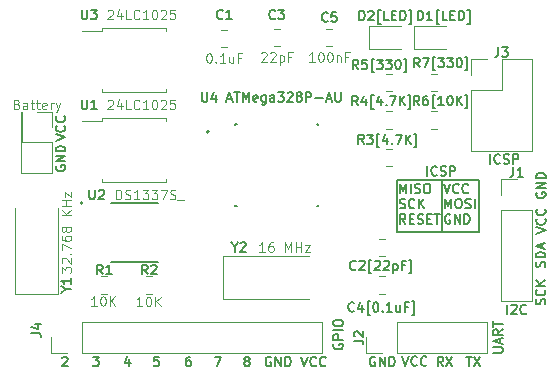
<source format=gto>
%TF.GenerationSoftware,KiCad,Pcbnew,7.0.10*%
%TF.CreationDate,2024-01-18T02:20:14-05:00*%
%TF.ProjectId,Dattalogger_Board,44617474-616c-46f6-9767-65725f426f61,1*%
%TF.SameCoordinates,Original*%
%TF.FileFunction,Legend,Top*%
%TF.FilePolarity,Positive*%
%FSLAX46Y46*%
G04 Gerber Fmt 4.6, Leading zero omitted, Abs format (unit mm)*
G04 Created by KiCad (PCBNEW 7.0.10) date 2024-01-18 02:20:14*
%MOMM*%
%LPD*%
G01*
G04 APERTURE LIST*
%ADD10C,0.150000*%
%ADD11C,0.100000*%
%ADD12C,0.120000*%
%ADD13C,0.200000*%
%ADD14C,0.127000*%
G04 APERTURE END LIST*
D10*
X133722112Y-76918512D02*
X133684017Y-76994702D01*
X133684017Y-76994702D02*
X133684017Y-77108988D01*
X133684017Y-77108988D02*
X133722112Y-77223274D01*
X133722112Y-77223274D02*
X133798302Y-77299464D01*
X133798302Y-77299464D02*
X133874493Y-77337559D01*
X133874493Y-77337559D02*
X134026874Y-77375655D01*
X134026874Y-77375655D02*
X134141160Y-77375655D01*
X134141160Y-77375655D02*
X134293541Y-77337559D01*
X134293541Y-77337559D02*
X134369731Y-77299464D01*
X134369731Y-77299464D02*
X134445922Y-77223274D01*
X134445922Y-77223274D02*
X134484017Y-77108988D01*
X134484017Y-77108988D02*
X134484017Y-77032797D01*
X134484017Y-77032797D02*
X134445922Y-76918512D01*
X134445922Y-76918512D02*
X134407826Y-76880416D01*
X134407826Y-76880416D02*
X134141160Y-76880416D01*
X134141160Y-76880416D02*
X134141160Y-77032797D01*
X134484017Y-76537559D02*
X133684017Y-76537559D01*
X133684017Y-76537559D02*
X134484017Y-76080416D01*
X134484017Y-76080416D02*
X133684017Y-76080416D01*
X134484017Y-75699464D02*
X133684017Y-75699464D01*
X133684017Y-75699464D02*
X133684017Y-75508988D01*
X133684017Y-75508988D02*
X133722112Y-75394702D01*
X133722112Y-75394702D02*
X133798302Y-75318512D01*
X133798302Y-75318512D02*
X133874493Y-75280417D01*
X133874493Y-75280417D02*
X134026874Y-75242321D01*
X134026874Y-75242321D02*
X134141160Y-75242321D01*
X134141160Y-75242321D02*
X134293541Y-75280417D01*
X134293541Y-75280417D02*
X134369731Y-75318512D01*
X134369731Y-75318512D02*
X134445922Y-75394702D01*
X134445922Y-75394702D02*
X134484017Y-75508988D01*
X134484017Y-75508988D02*
X134484017Y-75699464D01*
X133692374Y-74775276D02*
X134492374Y-74508609D01*
X134492374Y-74508609D02*
X133692374Y-74241943D01*
X134416183Y-73518133D02*
X134454279Y-73556229D01*
X134454279Y-73556229D02*
X134492374Y-73670514D01*
X134492374Y-73670514D02*
X134492374Y-73746705D01*
X134492374Y-73746705D02*
X134454279Y-73860991D01*
X134454279Y-73860991D02*
X134378088Y-73937181D01*
X134378088Y-73937181D02*
X134301898Y-73975276D01*
X134301898Y-73975276D02*
X134149517Y-74013372D01*
X134149517Y-74013372D02*
X134035231Y-74013372D01*
X134035231Y-74013372D02*
X133882850Y-73975276D01*
X133882850Y-73975276D02*
X133806659Y-73937181D01*
X133806659Y-73937181D02*
X133730469Y-73860991D01*
X133730469Y-73860991D02*
X133692374Y-73746705D01*
X133692374Y-73746705D02*
X133692374Y-73670514D01*
X133692374Y-73670514D02*
X133730469Y-73556229D01*
X133730469Y-73556229D02*
X133768564Y-73518133D01*
X134416183Y-72718133D02*
X134454279Y-72756229D01*
X134454279Y-72756229D02*
X134492374Y-72870514D01*
X134492374Y-72870514D02*
X134492374Y-72946705D01*
X134492374Y-72946705D02*
X134454279Y-73060991D01*
X134454279Y-73060991D02*
X134378088Y-73137181D01*
X134378088Y-73137181D02*
X134301898Y-73175276D01*
X134301898Y-73175276D02*
X134149517Y-73213372D01*
X134149517Y-73213372D02*
X134035231Y-73213372D01*
X134035231Y-73213372D02*
X133882850Y-73175276D01*
X133882850Y-73175276D02*
X133806659Y-73137181D01*
X133806659Y-73137181D02*
X133730469Y-73060991D01*
X133730469Y-73060991D02*
X133692374Y-72946705D01*
X133692374Y-72946705D02*
X133692374Y-72870514D01*
X133692374Y-72870514D02*
X133730469Y-72756229D01*
X133730469Y-72756229D02*
X133768564Y-72718133D01*
X159094385Y-85659196D02*
X159056289Y-85697292D01*
X159056289Y-85697292D02*
X158942004Y-85735387D01*
X158942004Y-85735387D02*
X158865813Y-85735387D01*
X158865813Y-85735387D02*
X158751527Y-85697292D01*
X158751527Y-85697292D02*
X158675337Y-85621101D01*
X158675337Y-85621101D02*
X158637242Y-85544911D01*
X158637242Y-85544911D02*
X158599146Y-85392530D01*
X158599146Y-85392530D02*
X158599146Y-85278244D01*
X158599146Y-85278244D02*
X158637242Y-85125863D01*
X158637242Y-85125863D02*
X158675337Y-85049672D01*
X158675337Y-85049672D02*
X158751527Y-84973482D01*
X158751527Y-84973482D02*
X158865813Y-84935387D01*
X158865813Y-84935387D02*
X158942004Y-84935387D01*
X158942004Y-84935387D02*
X159056289Y-84973482D01*
X159056289Y-84973482D02*
X159094385Y-85011577D01*
X159399146Y-85011577D02*
X159437242Y-84973482D01*
X159437242Y-84973482D02*
X159513432Y-84935387D01*
X159513432Y-84935387D02*
X159703908Y-84935387D01*
X159703908Y-84935387D02*
X159780099Y-84973482D01*
X159780099Y-84973482D02*
X159818194Y-85011577D01*
X159818194Y-85011577D02*
X159856289Y-85087768D01*
X159856289Y-85087768D02*
X159856289Y-85163958D01*
X159856289Y-85163958D02*
X159818194Y-85278244D01*
X159818194Y-85278244D02*
X159361051Y-85735387D01*
X159361051Y-85735387D02*
X159856289Y-85735387D01*
X160427718Y-86002053D02*
X160237242Y-86002053D01*
X160237242Y-86002053D02*
X160237242Y-84859196D01*
X160237242Y-84859196D02*
X160427718Y-84859196D01*
X160694384Y-85011577D02*
X160732480Y-84973482D01*
X160732480Y-84973482D02*
X160808670Y-84935387D01*
X160808670Y-84935387D02*
X160999146Y-84935387D01*
X160999146Y-84935387D02*
X161075337Y-84973482D01*
X161075337Y-84973482D02*
X161113432Y-85011577D01*
X161113432Y-85011577D02*
X161151527Y-85087768D01*
X161151527Y-85087768D02*
X161151527Y-85163958D01*
X161151527Y-85163958D02*
X161113432Y-85278244D01*
X161113432Y-85278244D02*
X160656289Y-85735387D01*
X160656289Y-85735387D02*
X161151527Y-85735387D01*
X161456289Y-85011577D02*
X161494385Y-84973482D01*
X161494385Y-84973482D02*
X161570575Y-84935387D01*
X161570575Y-84935387D02*
X161761051Y-84935387D01*
X161761051Y-84935387D02*
X161837242Y-84973482D01*
X161837242Y-84973482D02*
X161875337Y-85011577D01*
X161875337Y-85011577D02*
X161913432Y-85087768D01*
X161913432Y-85087768D02*
X161913432Y-85163958D01*
X161913432Y-85163958D02*
X161875337Y-85278244D01*
X161875337Y-85278244D02*
X161418194Y-85735387D01*
X161418194Y-85735387D02*
X161913432Y-85735387D01*
X162256290Y-85202053D02*
X162256290Y-86002053D01*
X162256290Y-85240149D02*
X162332480Y-85202053D01*
X162332480Y-85202053D02*
X162484861Y-85202053D01*
X162484861Y-85202053D02*
X162561052Y-85240149D01*
X162561052Y-85240149D02*
X162599147Y-85278244D01*
X162599147Y-85278244D02*
X162637242Y-85354434D01*
X162637242Y-85354434D02*
X162637242Y-85583006D01*
X162637242Y-85583006D02*
X162599147Y-85659196D01*
X162599147Y-85659196D02*
X162561052Y-85697292D01*
X162561052Y-85697292D02*
X162484861Y-85735387D01*
X162484861Y-85735387D02*
X162332480Y-85735387D01*
X162332480Y-85735387D02*
X162256290Y-85697292D01*
X163246766Y-85316339D02*
X162980100Y-85316339D01*
X162980100Y-85735387D02*
X162980100Y-84935387D01*
X162980100Y-84935387D02*
X163361052Y-84935387D01*
X163589623Y-86002053D02*
X163780099Y-86002053D01*
X163780099Y-86002053D02*
X163780099Y-84859196D01*
X163780099Y-84859196D02*
X163589623Y-84859196D01*
X169545000Y-78105000D02*
X166370000Y-78105000D01*
X169545000Y-82550000D02*
X169545000Y-78105000D01*
X162560000Y-82550000D02*
X169545000Y-82550000D01*
X162560000Y-78105000D02*
X162560000Y-82550000D01*
X166370000Y-78105000D02*
X162560000Y-78105000D01*
X166370000Y-82550000D02*
X166370000Y-78105000D01*
X152266667Y-64421104D02*
X152228571Y-64459200D01*
X152228571Y-64459200D02*
X152114286Y-64497295D01*
X152114286Y-64497295D02*
X152038095Y-64497295D01*
X152038095Y-64497295D02*
X151923809Y-64459200D01*
X151923809Y-64459200D02*
X151847619Y-64383009D01*
X151847619Y-64383009D02*
X151809524Y-64306819D01*
X151809524Y-64306819D02*
X151771428Y-64154438D01*
X151771428Y-64154438D02*
X151771428Y-64040152D01*
X151771428Y-64040152D02*
X151809524Y-63887771D01*
X151809524Y-63887771D02*
X151847619Y-63811580D01*
X151847619Y-63811580D02*
X151923809Y-63735390D01*
X151923809Y-63735390D02*
X152038095Y-63697295D01*
X152038095Y-63697295D02*
X152114286Y-63697295D01*
X152114286Y-63697295D02*
X152228571Y-63735390D01*
X152228571Y-63735390D02*
X152266667Y-63773485D01*
X152533333Y-63697295D02*
X153028571Y-63697295D01*
X153028571Y-63697295D02*
X152761905Y-64002057D01*
X152761905Y-64002057D02*
X152876190Y-64002057D01*
X152876190Y-64002057D02*
X152952381Y-64040152D01*
X152952381Y-64040152D02*
X152990476Y-64078247D01*
X152990476Y-64078247D02*
X153028571Y-64154438D01*
X153028571Y-64154438D02*
X153028571Y-64344914D01*
X153028571Y-64344914D02*
X152990476Y-64421104D01*
X152990476Y-64421104D02*
X152952381Y-64459200D01*
X152952381Y-64459200D02*
X152876190Y-64497295D01*
X152876190Y-64497295D02*
X152647619Y-64497295D01*
X152647619Y-64497295D02*
X152571428Y-64459200D01*
X152571428Y-64459200D02*
X152533333Y-64421104D01*
X159767233Y-75064112D02*
X159500566Y-74683159D01*
X159310090Y-75064112D02*
X159310090Y-74264112D01*
X159310090Y-74264112D02*
X159614852Y-74264112D01*
X159614852Y-74264112D02*
X159691042Y-74302207D01*
X159691042Y-74302207D02*
X159729137Y-74340302D01*
X159729137Y-74340302D02*
X159767233Y-74416493D01*
X159767233Y-74416493D02*
X159767233Y-74530778D01*
X159767233Y-74530778D02*
X159729137Y-74606969D01*
X159729137Y-74606969D02*
X159691042Y-74645064D01*
X159691042Y-74645064D02*
X159614852Y-74683159D01*
X159614852Y-74683159D02*
X159310090Y-74683159D01*
X160033899Y-74264112D02*
X160529137Y-74264112D01*
X160529137Y-74264112D02*
X160262471Y-74568874D01*
X160262471Y-74568874D02*
X160376756Y-74568874D01*
X160376756Y-74568874D02*
X160452947Y-74606969D01*
X160452947Y-74606969D02*
X160491042Y-74645064D01*
X160491042Y-74645064D02*
X160529137Y-74721255D01*
X160529137Y-74721255D02*
X160529137Y-74911731D01*
X160529137Y-74911731D02*
X160491042Y-74987921D01*
X160491042Y-74987921D02*
X160452947Y-75026017D01*
X160452947Y-75026017D02*
X160376756Y-75064112D01*
X160376756Y-75064112D02*
X160148185Y-75064112D01*
X160148185Y-75064112D02*
X160071994Y-75026017D01*
X160071994Y-75026017D02*
X160033899Y-74987921D01*
X161100566Y-75330778D02*
X160910090Y-75330778D01*
X160910090Y-75330778D02*
X160910090Y-74187921D01*
X160910090Y-74187921D02*
X161100566Y-74187921D01*
X161748185Y-74530778D02*
X161748185Y-75064112D01*
X161557709Y-74226017D02*
X161367232Y-74797445D01*
X161367232Y-74797445D02*
X161862471Y-74797445D01*
X162167233Y-74987921D02*
X162205328Y-75026017D01*
X162205328Y-75026017D02*
X162167233Y-75064112D01*
X162167233Y-75064112D02*
X162129137Y-75026017D01*
X162129137Y-75026017D02*
X162167233Y-74987921D01*
X162167233Y-74987921D02*
X162167233Y-75064112D01*
X162471994Y-74264112D02*
X163005328Y-74264112D01*
X163005328Y-74264112D02*
X162662470Y-75064112D01*
X163310090Y-75064112D02*
X163310090Y-74264112D01*
X163767233Y-75064112D02*
X163424375Y-74606969D01*
X163767233Y-74264112D02*
X163310090Y-74721255D01*
X164033899Y-75330778D02*
X164224375Y-75330778D01*
X164224375Y-75330778D02*
X164224375Y-74187921D01*
X164224375Y-74187921D02*
X164033899Y-74187921D01*
X159270953Y-71805595D02*
X159004286Y-71424642D01*
X158813810Y-71805595D02*
X158813810Y-71005595D01*
X158813810Y-71005595D02*
X159118572Y-71005595D01*
X159118572Y-71005595D02*
X159194762Y-71043690D01*
X159194762Y-71043690D02*
X159232857Y-71081785D01*
X159232857Y-71081785D02*
X159270953Y-71157976D01*
X159270953Y-71157976D02*
X159270953Y-71272261D01*
X159270953Y-71272261D02*
X159232857Y-71348452D01*
X159232857Y-71348452D02*
X159194762Y-71386547D01*
X159194762Y-71386547D02*
X159118572Y-71424642D01*
X159118572Y-71424642D02*
X158813810Y-71424642D01*
X159956667Y-71272261D02*
X159956667Y-71805595D01*
X159766191Y-70967500D02*
X159575714Y-71538928D01*
X159575714Y-71538928D02*
X160070953Y-71538928D01*
X160604286Y-72072261D02*
X160413810Y-72072261D01*
X160413810Y-72072261D02*
X160413810Y-70929404D01*
X160413810Y-70929404D02*
X160604286Y-70929404D01*
X161251905Y-71272261D02*
X161251905Y-71805595D01*
X161061429Y-70967500D02*
X160870952Y-71538928D01*
X160870952Y-71538928D02*
X161366191Y-71538928D01*
X161670953Y-71729404D02*
X161709048Y-71767500D01*
X161709048Y-71767500D02*
X161670953Y-71805595D01*
X161670953Y-71805595D02*
X161632857Y-71767500D01*
X161632857Y-71767500D02*
X161670953Y-71729404D01*
X161670953Y-71729404D02*
X161670953Y-71805595D01*
X161975714Y-71005595D02*
X162509048Y-71005595D01*
X162509048Y-71005595D02*
X162166190Y-71805595D01*
X162813810Y-71805595D02*
X162813810Y-71005595D01*
X163270953Y-71805595D02*
X162928095Y-71348452D01*
X163270953Y-71005595D02*
X162813810Y-71462738D01*
X163537619Y-72072261D02*
X163728095Y-72072261D01*
X163728095Y-72072261D02*
X163728095Y-70929404D01*
X163728095Y-70929404D02*
X163537619Y-70929404D01*
X159407169Y-64599770D02*
X159407169Y-63799770D01*
X159407169Y-63799770D02*
X159597645Y-63799770D01*
X159597645Y-63799770D02*
X159711931Y-63837865D01*
X159711931Y-63837865D02*
X159788121Y-63914055D01*
X159788121Y-63914055D02*
X159826216Y-63990246D01*
X159826216Y-63990246D02*
X159864312Y-64142627D01*
X159864312Y-64142627D02*
X159864312Y-64256913D01*
X159864312Y-64256913D02*
X159826216Y-64409294D01*
X159826216Y-64409294D02*
X159788121Y-64485484D01*
X159788121Y-64485484D02*
X159711931Y-64561675D01*
X159711931Y-64561675D02*
X159597645Y-64599770D01*
X159597645Y-64599770D02*
X159407169Y-64599770D01*
X160169073Y-63875960D02*
X160207169Y-63837865D01*
X160207169Y-63837865D02*
X160283359Y-63799770D01*
X160283359Y-63799770D02*
X160473835Y-63799770D01*
X160473835Y-63799770D02*
X160550026Y-63837865D01*
X160550026Y-63837865D02*
X160588121Y-63875960D01*
X160588121Y-63875960D02*
X160626216Y-63952151D01*
X160626216Y-63952151D02*
X160626216Y-64028341D01*
X160626216Y-64028341D02*
X160588121Y-64142627D01*
X160588121Y-64142627D02*
X160130978Y-64599770D01*
X160130978Y-64599770D02*
X160626216Y-64599770D01*
X161197645Y-64866436D02*
X161007169Y-64866436D01*
X161007169Y-64866436D02*
X161007169Y-63723579D01*
X161007169Y-63723579D02*
X161197645Y-63723579D01*
X161883359Y-64599770D02*
X161502407Y-64599770D01*
X161502407Y-64599770D02*
X161502407Y-63799770D01*
X162150026Y-64180722D02*
X162416692Y-64180722D01*
X162530978Y-64599770D02*
X162150026Y-64599770D01*
X162150026Y-64599770D02*
X162150026Y-63799770D01*
X162150026Y-63799770D02*
X162530978Y-63799770D01*
X162873836Y-64599770D02*
X162873836Y-63799770D01*
X162873836Y-63799770D02*
X163064312Y-63799770D01*
X163064312Y-63799770D02*
X163178598Y-63837865D01*
X163178598Y-63837865D02*
X163254788Y-63914055D01*
X163254788Y-63914055D02*
X163292883Y-63990246D01*
X163292883Y-63990246D02*
X163330979Y-64142627D01*
X163330979Y-64142627D02*
X163330979Y-64256913D01*
X163330979Y-64256913D02*
X163292883Y-64409294D01*
X163292883Y-64409294D02*
X163254788Y-64485484D01*
X163254788Y-64485484D02*
X163178598Y-64561675D01*
X163178598Y-64561675D02*
X163064312Y-64599770D01*
X163064312Y-64599770D02*
X162873836Y-64599770D01*
X163597645Y-64866436D02*
X163788121Y-64866436D01*
X163788121Y-64866436D02*
X163788121Y-63723579D01*
X163788121Y-63723579D02*
X163597645Y-63723579D01*
X166544874Y-78430195D02*
X166811541Y-79230195D01*
X166811541Y-79230195D02*
X167078207Y-78430195D01*
X167802017Y-79154004D02*
X167763921Y-79192100D01*
X167763921Y-79192100D02*
X167649636Y-79230195D01*
X167649636Y-79230195D02*
X167573445Y-79230195D01*
X167573445Y-79230195D02*
X167459159Y-79192100D01*
X167459159Y-79192100D02*
X167382969Y-79115909D01*
X167382969Y-79115909D02*
X167344874Y-79039719D01*
X167344874Y-79039719D02*
X167306778Y-78887338D01*
X167306778Y-78887338D02*
X167306778Y-78773052D01*
X167306778Y-78773052D02*
X167344874Y-78620671D01*
X167344874Y-78620671D02*
X167382969Y-78544480D01*
X167382969Y-78544480D02*
X167459159Y-78468290D01*
X167459159Y-78468290D02*
X167573445Y-78430195D01*
X167573445Y-78430195D02*
X167649636Y-78430195D01*
X167649636Y-78430195D02*
X167763921Y-78468290D01*
X167763921Y-78468290D02*
X167802017Y-78506385D01*
X168602017Y-79154004D02*
X168563921Y-79192100D01*
X168563921Y-79192100D02*
X168449636Y-79230195D01*
X168449636Y-79230195D02*
X168373445Y-79230195D01*
X168373445Y-79230195D02*
X168259159Y-79192100D01*
X168259159Y-79192100D02*
X168182969Y-79115909D01*
X168182969Y-79115909D02*
X168144874Y-79039719D01*
X168144874Y-79039719D02*
X168106778Y-78887338D01*
X168106778Y-78887338D02*
X168106778Y-78773052D01*
X168106778Y-78773052D02*
X168144874Y-78620671D01*
X168144874Y-78620671D02*
X168182969Y-78544480D01*
X168182969Y-78544480D02*
X168259159Y-78468290D01*
X168259159Y-78468290D02*
X168373445Y-78430195D01*
X168373445Y-78430195D02*
X168449636Y-78430195D01*
X168449636Y-78430195D02*
X168563921Y-78468290D01*
X168563921Y-78468290D02*
X168602017Y-78506385D01*
X166659160Y-80518195D02*
X166659160Y-79718195D01*
X166659160Y-79718195D02*
X166925826Y-80289623D01*
X166925826Y-80289623D02*
X167192493Y-79718195D01*
X167192493Y-79718195D02*
X167192493Y-80518195D01*
X167725827Y-79718195D02*
X167878208Y-79718195D01*
X167878208Y-79718195D02*
X167954398Y-79756290D01*
X167954398Y-79756290D02*
X168030589Y-79832480D01*
X168030589Y-79832480D02*
X168068684Y-79984861D01*
X168068684Y-79984861D02*
X168068684Y-80251528D01*
X168068684Y-80251528D02*
X168030589Y-80403909D01*
X168030589Y-80403909D02*
X167954398Y-80480100D01*
X167954398Y-80480100D02*
X167878208Y-80518195D01*
X167878208Y-80518195D02*
X167725827Y-80518195D01*
X167725827Y-80518195D02*
X167649636Y-80480100D01*
X167649636Y-80480100D02*
X167573446Y-80403909D01*
X167573446Y-80403909D02*
X167535350Y-80251528D01*
X167535350Y-80251528D02*
X167535350Y-79984861D01*
X167535350Y-79984861D02*
X167573446Y-79832480D01*
X167573446Y-79832480D02*
X167649636Y-79756290D01*
X167649636Y-79756290D02*
X167725827Y-79718195D01*
X168373445Y-80480100D02*
X168487731Y-80518195D01*
X168487731Y-80518195D02*
X168678207Y-80518195D01*
X168678207Y-80518195D02*
X168754398Y-80480100D01*
X168754398Y-80480100D02*
X168792493Y-80442004D01*
X168792493Y-80442004D02*
X168830588Y-80365814D01*
X168830588Y-80365814D02*
X168830588Y-80289623D01*
X168830588Y-80289623D02*
X168792493Y-80213433D01*
X168792493Y-80213433D02*
X168754398Y-80175338D01*
X168754398Y-80175338D02*
X168678207Y-80137242D01*
X168678207Y-80137242D02*
X168525826Y-80099147D01*
X168525826Y-80099147D02*
X168449636Y-80061052D01*
X168449636Y-80061052D02*
X168411541Y-80022957D01*
X168411541Y-80022957D02*
X168373445Y-79946766D01*
X168373445Y-79946766D02*
X168373445Y-79870576D01*
X168373445Y-79870576D02*
X168411541Y-79794385D01*
X168411541Y-79794385D02*
X168449636Y-79756290D01*
X168449636Y-79756290D02*
X168525826Y-79718195D01*
X168525826Y-79718195D02*
X168716303Y-79718195D01*
X168716303Y-79718195D02*
X168830588Y-79756290D01*
X169173446Y-80518195D02*
X169173446Y-79718195D01*
X167078207Y-81044290D02*
X167002017Y-81006195D01*
X167002017Y-81006195D02*
X166887731Y-81006195D01*
X166887731Y-81006195D02*
X166773445Y-81044290D01*
X166773445Y-81044290D02*
X166697255Y-81120480D01*
X166697255Y-81120480D02*
X166659160Y-81196671D01*
X166659160Y-81196671D02*
X166621064Y-81349052D01*
X166621064Y-81349052D02*
X166621064Y-81463338D01*
X166621064Y-81463338D02*
X166659160Y-81615719D01*
X166659160Y-81615719D02*
X166697255Y-81691909D01*
X166697255Y-81691909D02*
X166773445Y-81768100D01*
X166773445Y-81768100D02*
X166887731Y-81806195D01*
X166887731Y-81806195D02*
X166963922Y-81806195D01*
X166963922Y-81806195D02*
X167078207Y-81768100D01*
X167078207Y-81768100D02*
X167116303Y-81730004D01*
X167116303Y-81730004D02*
X167116303Y-81463338D01*
X167116303Y-81463338D02*
X166963922Y-81463338D01*
X167459160Y-81806195D02*
X167459160Y-81006195D01*
X167459160Y-81006195D02*
X167916303Y-81806195D01*
X167916303Y-81806195D02*
X167916303Y-81006195D01*
X168297255Y-81806195D02*
X168297255Y-81006195D01*
X168297255Y-81006195D02*
X168487731Y-81006195D01*
X168487731Y-81006195D02*
X168602017Y-81044290D01*
X168602017Y-81044290D02*
X168678207Y-81120480D01*
X168678207Y-81120480D02*
X168716302Y-81196671D01*
X168716302Y-81196671D02*
X168754398Y-81349052D01*
X168754398Y-81349052D02*
X168754398Y-81463338D01*
X168754398Y-81463338D02*
X168716302Y-81615719D01*
X168716302Y-81615719D02*
X168678207Y-81691909D01*
X168678207Y-81691909D02*
X168602017Y-81768100D01*
X168602017Y-81768100D02*
X168487731Y-81806195D01*
X168487731Y-81806195D02*
X168297255Y-81806195D01*
X162849160Y-79233295D02*
X162849160Y-78433295D01*
X162849160Y-78433295D02*
X163115826Y-79004723D01*
X163115826Y-79004723D02*
X163382493Y-78433295D01*
X163382493Y-78433295D02*
X163382493Y-79233295D01*
X163763446Y-79233295D02*
X163763446Y-78433295D01*
X164106302Y-79195200D02*
X164220588Y-79233295D01*
X164220588Y-79233295D02*
X164411064Y-79233295D01*
X164411064Y-79233295D02*
X164487255Y-79195200D01*
X164487255Y-79195200D02*
X164525350Y-79157104D01*
X164525350Y-79157104D02*
X164563445Y-79080914D01*
X164563445Y-79080914D02*
X164563445Y-79004723D01*
X164563445Y-79004723D02*
X164525350Y-78928533D01*
X164525350Y-78928533D02*
X164487255Y-78890438D01*
X164487255Y-78890438D02*
X164411064Y-78852342D01*
X164411064Y-78852342D02*
X164258683Y-78814247D01*
X164258683Y-78814247D02*
X164182493Y-78776152D01*
X164182493Y-78776152D02*
X164144398Y-78738057D01*
X164144398Y-78738057D02*
X164106302Y-78661866D01*
X164106302Y-78661866D02*
X164106302Y-78585676D01*
X164106302Y-78585676D02*
X164144398Y-78509485D01*
X164144398Y-78509485D02*
X164182493Y-78471390D01*
X164182493Y-78471390D02*
X164258683Y-78433295D01*
X164258683Y-78433295D02*
X164449160Y-78433295D01*
X164449160Y-78433295D02*
X164563445Y-78471390D01*
X165058684Y-78433295D02*
X165211065Y-78433295D01*
X165211065Y-78433295D02*
X165287255Y-78471390D01*
X165287255Y-78471390D02*
X165363446Y-78547580D01*
X165363446Y-78547580D02*
X165401541Y-78699961D01*
X165401541Y-78699961D02*
X165401541Y-78966628D01*
X165401541Y-78966628D02*
X165363446Y-79119009D01*
X165363446Y-79119009D02*
X165287255Y-79195200D01*
X165287255Y-79195200D02*
X165211065Y-79233295D01*
X165211065Y-79233295D02*
X165058684Y-79233295D01*
X165058684Y-79233295D02*
X164982493Y-79195200D01*
X164982493Y-79195200D02*
X164906303Y-79119009D01*
X164906303Y-79119009D02*
X164868207Y-78966628D01*
X164868207Y-78966628D02*
X164868207Y-78699961D01*
X164868207Y-78699961D02*
X164906303Y-78547580D01*
X164906303Y-78547580D02*
X164982493Y-78471390D01*
X164982493Y-78471390D02*
X165058684Y-78433295D01*
X162811064Y-80483200D02*
X162925350Y-80521295D01*
X162925350Y-80521295D02*
X163115826Y-80521295D01*
X163115826Y-80521295D02*
X163192017Y-80483200D01*
X163192017Y-80483200D02*
X163230112Y-80445104D01*
X163230112Y-80445104D02*
X163268207Y-80368914D01*
X163268207Y-80368914D02*
X163268207Y-80292723D01*
X163268207Y-80292723D02*
X163230112Y-80216533D01*
X163230112Y-80216533D02*
X163192017Y-80178438D01*
X163192017Y-80178438D02*
X163115826Y-80140342D01*
X163115826Y-80140342D02*
X162963445Y-80102247D01*
X162963445Y-80102247D02*
X162887255Y-80064152D01*
X162887255Y-80064152D02*
X162849160Y-80026057D01*
X162849160Y-80026057D02*
X162811064Y-79949866D01*
X162811064Y-79949866D02*
X162811064Y-79873676D01*
X162811064Y-79873676D02*
X162849160Y-79797485D01*
X162849160Y-79797485D02*
X162887255Y-79759390D01*
X162887255Y-79759390D02*
X162963445Y-79721295D01*
X162963445Y-79721295D02*
X163153922Y-79721295D01*
X163153922Y-79721295D02*
X163268207Y-79759390D01*
X164068208Y-80445104D02*
X164030112Y-80483200D01*
X164030112Y-80483200D02*
X163915827Y-80521295D01*
X163915827Y-80521295D02*
X163839636Y-80521295D01*
X163839636Y-80521295D02*
X163725350Y-80483200D01*
X163725350Y-80483200D02*
X163649160Y-80407009D01*
X163649160Y-80407009D02*
X163611065Y-80330819D01*
X163611065Y-80330819D02*
X163572969Y-80178438D01*
X163572969Y-80178438D02*
X163572969Y-80064152D01*
X163572969Y-80064152D02*
X163611065Y-79911771D01*
X163611065Y-79911771D02*
X163649160Y-79835580D01*
X163649160Y-79835580D02*
X163725350Y-79759390D01*
X163725350Y-79759390D02*
X163839636Y-79721295D01*
X163839636Y-79721295D02*
X163915827Y-79721295D01*
X163915827Y-79721295D02*
X164030112Y-79759390D01*
X164030112Y-79759390D02*
X164068208Y-79797485D01*
X164411065Y-80521295D02*
X164411065Y-79721295D01*
X164868208Y-80521295D02*
X164525350Y-80064152D01*
X164868208Y-79721295D02*
X164411065Y-80178438D01*
X163306303Y-81809295D02*
X163039636Y-81428342D01*
X162849160Y-81809295D02*
X162849160Y-81009295D01*
X162849160Y-81009295D02*
X163153922Y-81009295D01*
X163153922Y-81009295D02*
X163230112Y-81047390D01*
X163230112Y-81047390D02*
X163268207Y-81085485D01*
X163268207Y-81085485D02*
X163306303Y-81161676D01*
X163306303Y-81161676D02*
X163306303Y-81275961D01*
X163306303Y-81275961D02*
X163268207Y-81352152D01*
X163268207Y-81352152D02*
X163230112Y-81390247D01*
X163230112Y-81390247D02*
X163153922Y-81428342D01*
X163153922Y-81428342D02*
X162849160Y-81428342D01*
X163649160Y-81390247D02*
X163915826Y-81390247D01*
X164030112Y-81809295D02*
X163649160Y-81809295D01*
X163649160Y-81809295D02*
X163649160Y-81009295D01*
X163649160Y-81009295D02*
X164030112Y-81009295D01*
X164334874Y-81771200D02*
X164449160Y-81809295D01*
X164449160Y-81809295D02*
X164639636Y-81809295D01*
X164639636Y-81809295D02*
X164715827Y-81771200D01*
X164715827Y-81771200D02*
X164753922Y-81733104D01*
X164753922Y-81733104D02*
X164792017Y-81656914D01*
X164792017Y-81656914D02*
X164792017Y-81580723D01*
X164792017Y-81580723D02*
X164753922Y-81504533D01*
X164753922Y-81504533D02*
X164715827Y-81466438D01*
X164715827Y-81466438D02*
X164639636Y-81428342D01*
X164639636Y-81428342D02*
X164487255Y-81390247D01*
X164487255Y-81390247D02*
X164411065Y-81352152D01*
X164411065Y-81352152D02*
X164372970Y-81314057D01*
X164372970Y-81314057D02*
X164334874Y-81237866D01*
X164334874Y-81237866D02*
X164334874Y-81161676D01*
X164334874Y-81161676D02*
X164372970Y-81085485D01*
X164372970Y-81085485D02*
X164411065Y-81047390D01*
X164411065Y-81047390D02*
X164487255Y-81009295D01*
X164487255Y-81009295D02*
X164677732Y-81009295D01*
X164677732Y-81009295D02*
X164792017Y-81047390D01*
X165134875Y-81390247D02*
X165401541Y-81390247D01*
X165515827Y-81809295D02*
X165134875Y-81809295D01*
X165134875Y-81809295D02*
X165134875Y-81009295D01*
X165134875Y-81009295D02*
X165515827Y-81009295D01*
X165744399Y-81009295D02*
X166201542Y-81009295D01*
X165972970Y-81809295D02*
X165972970Y-81009295D01*
X165130401Y-77733458D02*
X165130401Y-76933458D01*
X165968496Y-77657267D02*
X165930400Y-77695363D01*
X165930400Y-77695363D02*
X165816115Y-77733458D01*
X165816115Y-77733458D02*
X165739924Y-77733458D01*
X165739924Y-77733458D02*
X165625638Y-77695363D01*
X165625638Y-77695363D02*
X165549448Y-77619172D01*
X165549448Y-77619172D02*
X165511353Y-77542982D01*
X165511353Y-77542982D02*
X165473257Y-77390601D01*
X165473257Y-77390601D02*
X165473257Y-77276315D01*
X165473257Y-77276315D02*
X165511353Y-77123934D01*
X165511353Y-77123934D02*
X165549448Y-77047743D01*
X165549448Y-77047743D02*
X165625638Y-76971553D01*
X165625638Y-76971553D02*
X165739924Y-76933458D01*
X165739924Y-76933458D02*
X165816115Y-76933458D01*
X165816115Y-76933458D02*
X165930400Y-76971553D01*
X165930400Y-76971553D02*
X165968496Y-77009648D01*
X166273257Y-77695363D02*
X166387543Y-77733458D01*
X166387543Y-77733458D02*
X166578019Y-77733458D01*
X166578019Y-77733458D02*
X166654210Y-77695363D01*
X166654210Y-77695363D02*
X166692305Y-77657267D01*
X166692305Y-77657267D02*
X166730400Y-77581077D01*
X166730400Y-77581077D02*
X166730400Y-77504886D01*
X166730400Y-77504886D02*
X166692305Y-77428696D01*
X166692305Y-77428696D02*
X166654210Y-77390601D01*
X166654210Y-77390601D02*
X166578019Y-77352505D01*
X166578019Y-77352505D02*
X166425638Y-77314410D01*
X166425638Y-77314410D02*
X166349448Y-77276315D01*
X166349448Y-77276315D02*
X166311353Y-77238220D01*
X166311353Y-77238220D02*
X166273257Y-77162029D01*
X166273257Y-77162029D02*
X166273257Y-77085839D01*
X166273257Y-77085839D02*
X166311353Y-77009648D01*
X166311353Y-77009648D02*
X166349448Y-76971553D01*
X166349448Y-76971553D02*
X166425638Y-76933458D01*
X166425638Y-76933458D02*
X166616115Y-76933458D01*
X166616115Y-76933458D02*
X166730400Y-76971553D01*
X167073258Y-77733458D02*
X167073258Y-76933458D01*
X167073258Y-76933458D02*
X167378020Y-76933458D01*
X167378020Y-76933458D02*
X167454210Y-76971553D01*
X167454210Y-76971553D02*
X167492305Y-77009648D01*
X167492305Y-77009648D02*
X167530401Y-77085839D01*
X167530401Y-77085839D02*
X167530401Y-77200124D01*
X167530401Y-77200124D02*
X167492305Y-77276315D01*
X167492305Y-77276315D02*
X167454210Y-77314410D01*
X167454210Y-77314410D02*
X167378020Y-77352505D01*
X167378020Y-77352505D02*
X167073258Y-77352505D01*
X174407677Y-79176936D02*
X174369582Y-79253126D01*
X174369582Y-79253126D02*
X174369582Y-79367412D01*
X174369582Y-79367412D02*
X174407677Y-79481698D01*
X174407677Y-79481698D02*
X174483867Y-79557888D01*
X174483867Y-79557888D02*
X174560058Y-79595983D01*
X174560058Y-79595983D02*
X174712439Y-79634079D01*
X174712439Y-79634079D02*
X174826725Y-79634079D01*
X174826725Y-79634079D02*
X174979106Y-79595983D01*
X174979106Y-79595983D02*
X175055296Y-79557888D01*
X175055296Y-79557888D02*
X175131487Y-79481698D01*
X175131487Y-79481698D02*
X175169582Y-79367412D01*
X175169582Y-79367412D02*
X175169582Y-79291221D01*
X175169582Y-79291221D02*
X175131487Y-79176936D01*
X175131487Y-79176936D02*
X175093391Y-79138840D01*
X175093391Y-79138840D02*
X174826725Y-79138840D01*
X174826725Y-79138840D02*
X174826725Y-79291221D01*
X175169582Y-78795983D02*
X174369582Y-78795983D01*
X174369582Y-78795983D02*
X175169582Y-78338840D01*
X175169582Y-78338840D02*
X174369582Y-78338840D01*
X175169582Y-77957888D02*
X174369582Y-77957888D01*
X174369582Y-77957888D02*
X174369582Y-77767412D01*
X174369582Y-77767412D02*
X174407677Y-77653126D01*
X174407677Y-77653126D02*
X174483867Y-77576936D01*
X174483867Y-77576936D02*
X174560058Y-77538841D01*
X174560058Y-77538841D02*
X174712439Y-77500745D01*
X174712439Y-77500745D02*
X174826725Y-77500745D01*
X174826725Y-77500745D02*
X174979106Y-77538841D01*
X174979106Y-77538841D02*
X175055296Y-77576936D01*
X175055296Y-77576936D02*
X175131487Y-77653126D01*
X175131487Y-77653126D02*
X175169582Y-77767412D01*
X175169582Y-77767412D02*
X175169582Y-77957888D01*
X174369582Y-82645484D02*
X175169582Y-82378817D01*
X175169582Y-82378817D02*
X174369582Y-82112151D01*
X175093391Y-81388341D02*
X175131487Y-81426437D01*
X175131487Y-81426437D02*
X175169582Y-81540722D01*
X175169582Y-81540722D02*
X175169582Y-81616913D01*
X175169582Y-81616913D02*
X175131487Y-81731199D01*
X175131487Y-81731199D02*
X175055296Y-81807389D01*
X175055296Y-81807389D02*
X174979106Y-81845484D01*
X174979106Y-81845484D02*
X174826725Y-81883580D01*
X174826725Y-81883580D02*
X174712439Y-81883580D01*
X174712439Y-81883580D02*
X174560058Y-81845484D01*
X174560058Y-81845484D02*
X174483867Y-81807389D01*
X174483867Y-81807389D02*
X174407677Y-81731199D01*
X174407677Y-81731199D02*
X174369582Y-81616913D01*
X174369582Y-81616913D02*
X174369582Y-81540722D01*
X174369582Y-81540722D02*
X174407677Y-81426437D01*
X174407677Y-81426437D02*
X174445772Y-81388341D01*
X175093391Y-80588341D02*
X175131487Y-80626437D01*
X175131487Y-80626437D02*
X175169582Y-80740722D01*
X175169582Y-80740722D02*
X175169582Y-80816913D01*
X175169582Y-80816913D02*
X175131487Y-80931199D01*
X175131487Y-80931199D02*
X175055296Y-81007389D01*
X175055296Y-81007389D02*
X174979106Y-81045484D01*
X174979106Y-81045484D02*
X174826725Y-81083580D01*
X174826725Y-81083580D02*
X174712439Y-81083580D01*
X174712439Y-81083580D02*
X174560058Y-81045484D01*
X174560058Y-81045484D02*
X174483867Y-81007389D01*
X174483867Y-81007389D02*
X174407677Y-80931199D01*
X174407677Y-80931199D02*
X174369582Y-80816913D01*
X174369582Y-80816913D02*
X174369582Y-80740722D01*
X174369582Y-80740722D02*
X174407677Y-80626437D01*
X174407677Y-80626437D02*
X174445772Y-80588341D01*
X175116200Y-88648935D02*
X175154295Y-88534649D01*
X175154295Y-88534649D02*
X175154295Y-88344173D01*
X175154295Y-88344173D02*
X175116200Y-88267982D01*
X175116200Y-88267982D02*
X175078104Y-88229887D01*
X175078104Y-88229887D02*
X175001914Y-88191792D01*
X175001914Y-88191792D02*
X174925723Y-88191792D01*
X174925723Y-88191792D02*
X174849533Y-88229887D01*
X174849533Y-88229887D02*
X174811438Y-88267982D01*
X174811438Y-88267982D02*
X174773342Y-88344173D01*
X174773342Y-88344173D02*
X174735247Y-88496554D01*
X174735247Y-88496554D02*
X174697152Y-88572744D01*
X174697152Y-88572744D02*
X174659057Y-88610839D01*
X174659057Y-88610839D02*
X174582866Y-88648935D01*
X174582866Y-88648935D02*
X174506676Y-88648935D01*
X174506676Y-88648935D02*
X174430485Y-88610839D01*
X174430485Y-88610839D02*
X174392390Y-88572744D01*
X174392390Y-88572744D02*
X174354295Y-88496554D01*
X174354295Y-88496554D02*
X174354295Y-88306077D01*
X174354295Y-88306077D02*
X174392390Y-88191792D01*
X175078104Y-87391791D02*
X175116200Y-87429887D01*
X175116200Y-87429887D02*
X175154295Y-87544172D01*
X175154295Y-87544172D02*
X175154295Y-87620363D01*
X175154295Y-87620363D02*
X175116200Y-87734649D01*
X175116200Y-87734649D02*
X175040009Y-87810839D01*
X175040009Y-87810839D02*
X174963819Y-87848934D01*
X174963819Y-87848934D02*
X174811438Y-87887030D01*
X174811438Y-87887030D02*
X174697152Y-87887030D01*
X174697152Y-87887030D02*
X174544771Y-87848934D01*
X174544771Y-87848934D02*
X174468580Y-87810839D01*
X174468580Y-87810839D02*
X174392390Y-87734649D01*
X174392390Y-87734649D02*
X174354295Y-87620363D01*
X174354295Y-87620363D02*
X174354295Y-87544172D01*
X174354295Y-87544172D02*
X174392390Y-87429887D01*
X174392390Y-87429887D02*
X174430485Y-87391791D01*
X175154295Y-87048934D02*
X174354295Y-87048934D01*
X175154295Y-86591791D02*
X174697152Y-86934649D01*
X174354295Y-86591791D02*
X174811438Y-87048934D01*
X175093447Y-85473935D02*
X175131542Y-85359649D01*
X175131542Y-85359649D02*
X175131542Y-85169173D01*
X175131542Y-85169173D02*
X175093447Y-85092982D01*
X175093447Y-85092982D02*
X175055351Y-85054887D01*
X175055351Y-85054887D02*
X174979161Y-85016792D01*
X174979161Y-85016792D02*
X174902970Y-85016792D01*
X174902970Y-85016792D02*
X174826780Y-85054887D01*
X174826780Y-85054887D02*
X174788685Y-85092982D01*
X174788685Y-85092982D02*
X174750589Y-85169173D01*
X174750589Y-85169173D02*
X174712494Y-85321554D01*
X174712494Y-85321554D02*
X174674399Y-85397744D01*
X174674399Y-85397744D02*
X174636304Y-85435839D01*
X174636304Y-85435839D02*
X174560113Y-85473935D01*
X174560113Y-85473935D02*
X174483923Y-85473935D01*
X174483923Y-85473935D02*
X174407732Y-85435839D01*
X174407732Y-85435839D02*
X174369637Y-85397744D01*
X174369637Y-85397744D02*
X174331542Y-85321554D01*
X174331542Y-85321554D02*
X174331542Y-85131077D01*
X174331542Y-85131077D02*
X174369637Y-85016792D01*
X175131542Y-84673934D02*
X174331542Y-84673934D01*
X174331542Y-84673934D02*
X174331542Y-84483458D01*
X174331542Y-84483458D02*
X174369637Y-84369172D01*
X174369637Y-84369172D02*
X174445827Y-84292982D01*
X174445827Y-84292982D02*
X174522018Y-84254887D01*
X174522018Y-84254887D02*
X174674399Y-84216791D01*
X174674399Y-84216791D02*
X174788685Y-84216791D01*
X174788685Y-84216791D02*
X174941066Y-84254887D01*
X174941066Y-84254887D02*
X175017256Y-84292982D01*
X175017256Y-84292982D02*
X175093447Y-84369172D01*
X175093447Y-84369172D02*
X175131542Y-84483458D01*
X175131542Y-84483458D02*
X175131542Y-84673934D01*
X174902970Y-83912030D02*
X174902970Y-83531077D01*
X175131542Y-83988220D02*
X174331542Y-83721553D01*
X174331542Y-83721553D02*
X175131542Y-83454887D01*
X134236064Y-93150485D02*
X134274160Y-93112390D01*
X134274160Y-93112390D02*
X134350350Y-93074295D01*
X134350350Y-93074295D02*
X134540826Y-93074295D01*
X134540826Y-93074295D02*
X134617017Y-93112390D01*
X134617017Y-93112390D02*
X134655112Y-93150485D01*
X134655112Y-93150485D02*
X134693207Y-93226676D01*
X134693207Y-93226676D02*
X134693207Y-93302866D01*
X134693207Y-93302866D02*
X134655112Y-93417152D01*
X134655112Y-93417152D02*
X134197969Y-93874295D01*
X134197969Y-93874295D02*
X134693207Y-93874295D01*
X136848936Y-93074295D02*
X137344174Y-93074295D01*
X137344174Y-93074295D02*
X137077508Y-93379057D01*
X137077508Y-93379057D02*
X137191793Y-93379057D01*
X137191793Y-93379057D02*
X137267984Y-93417152D01*
X137267984Y-93417152D02*
X137306079Y-93455247D01*
X137306079Y-93455247D02*
X137344174Y-93531438D01*
X137344174Y-93531438D02*
X137344174Y-93721914D01*
X137344174Y-93721914D02*
X137306079Y-93798104D01*
X137306079Y-93798104D02*
X137267984Y-93836200D01*
X137267984Y-93836200D02*
X137191793Y-93874295D01*
X137191793Y-93874295D02*
X136963222Y-93874295D01*
X136963222Y-93874295D02*
X136887031Y-93836200D01*
X136887031Y-93836200D02*
X136848936Y-93798104D01*
X139937345Y-93310385D02*
X139937345Y-93843719D01*
X139746869Y-93005624D02*
X139556392Y-93577052D01*
X139556392Y-93577052D02*
X140051631Y-93577052D01*
X142422322Y-93074295D02*
X142041370Y-93074295D01*
X142041370Y-93074295D02*
X142003274Y-93455247D01*
X142003274Y-93455247D02*
X142041370Y-93417152D01*
X142041370Y-93417152D02*
X142117560Y-93379057D01*
X142117560Y-93379057D02*
X142308036Y-93379057D01*
X142308036Y-93379057D02*
X142384227Y-93417152D01*
X142384227Y-93417152D02*
X142422322Y-93455247D01*
X142422322Y-93455247D02*
X142460417Y-93531438D01*
X142460417Y-93531438D02*
X142460417Y-93721914D01*
X142460417Y-93721914D02*
X142422322Y-93798104D01*
X142422322Y-93798104D02*
X142384227Y-93836200D01*
X142384227Y-93836200D02*
X142308036Y-93874295D01*
X142308036Y-93874295D02*
X142117560Y-93874295D01*
X142117560Y-93874295D02*
X142041370Y-93836200D01*
X142041370Y-93836200D02*
X142003274Y-93798104D01*
X145105416Y-93074295D02*
X144953035Y-93074295D01*
X144953035Y-93074295D02*
X144876844Y-93112390D01*
X144876844Y-93112390D02*
X144838749Y-93150485D01*
X144838749Y-93150485D02*
X144762559Y-93264771D01*
X144762559Y-93264771D02*
X144724463Y-93417152D01*
X144724463Y-93417152D02*
X144724463Y-93721914D01*
X144724463Y-93721914D02*
X144762559Y-93798104D01*
X144762559Y-93798104D02*
X144800654Y-93836200D01*
X144800654Y-93836200D02*
X144876844Y-93874295D01*
X144876844Y-93874295D02*
X145029225Y-93874295D01*
X145029225Y-93874295D02*
X145105416Y-93836200D01*
X145105416Y-93836200D02*
X145143511Y-93798104D01*
X145143511Y-93798104D02*
X145181606Y-93721914D01*
X145181606Y-93721914D02*
X145181606Y-93531438D01*
X145181606Y-93531438D02*
X145143511Y-93455247D01*
X145143511Y-93455247D02*
X145105416Y-93417152D01*
X145105416Y-93417152D02*
X145029225Y-93379057D01*
X145029225Y-93379057D02*
X144876844Y-93379057D01*
X144876844Y-93379057D02*
X144800654Y-93417152D01*
X144800654Y-93417152D02*
X144762559Y-93455247D01*
X144762559Y-93455247D02*
X144724463Y-93531438D01*
X147146800Y-93059007D02*
X147680134Y-93059007D01*
X147680134Y-93059007D02*
X147337276Y-93859007D01*
X149830021Y-93417152D02*
X149753831Y-93379057D01*
X149753831Y-93379057D02*
X149715736Y-93340961D01*
X149715736Y-93340961D02*
X149677640Y-93264771D01*
X149677640Y-93264771D02*
X149677640Y-93226676D01*
X149677640Y-93226676D02*
X149715736Y-93150485D01*
X149715736Y-93150485D02*
X149753831Y-93112390D01*
X149753831Y-93112390D02*
X149830021Y-93074295D01*
X149830021Y-93074295D02*
X149982402Y-93074295D01*
X149982402Y-93074295D02*
X150058593Y-93112390D01*
X150058593Y-93112390D02*
X150096688Y-93150485D01*
X150096688Y-93150485D02*
X150134783Y-93226676D01*
X150134783Y-93226676D02*
X150134783Y-93264771D01*
X150134783Y-93264771D02*
X150096688Y-93340961D01*
X150096688Y-93340961D02*
X150058593Y-93379057D01*
X150058593Y-93379057D02*
X149982402Y-93417152D01*
X149982402Y-93417152D02*
X149830021Y-93417152D01*
X149830021Y-93417152D02*
X149753831Y-93455247D01*
X149753831Y-93455247D02*
X149715736Y-93493342D01*
X149715736Y-93493342D02*
X149677640Y-93569533D01*
X149677640Y-93569533D02*
X149677640Y-93721914D01*
X149677640Y-93721914D02*
X149715736Y-93798104D01*
X149715736Y-93798104D02*
X149753831Y-93836200D01*
X149753831Y-93836200D02*
X149830021Y-93874295D01*
X149830021Y-93874295D02*
X149982402Y-93874295D01*
X149982402Y-93874295D02*
X150058593Y-93836200D01*
X150058593Y-93836200D02*
X150096688Y-93798104D01*
X150096688Y-93798104D02*
X150134783Y-93721914D01*
X150134783Y-93721914D02*
X150134783Y-93569533D01*
X150134783Y-93569533D02*
X150096688Y-93493342D01*
X150096688Y-93493342D02*
X150058593Y-93455247D01*
X150058593Y-93455247D02*
X149982402Y-93417152D01*
X151918334Y-93112390D02*
X151842144Y-93074295D01*
X151842144Y-93074295D02*
X151727858Y-93074295D01*
X151727858Y-93074295D02*
X151613572Y-93112390D01*
X151613572Y-93112390D02*
X151537382Y-93188580D01*
X151537382Y-93188580D02*
X151499287Y-93264771D01*
X151499287Y-93264771D02*
X151461191Y-93417152D01*
X151461191Y-93417152D02*
X151461191Y-93531438D01*
X151461191Y-93531438D02*
X151499287Y-93683819D01*
X151499287Y-93683819D02*
X151537382Y-93760009D01*
X151537382Y-93760009D02*
X151613572Y-93836200D01*
X151613572Y-93836200D02*
X151727858Y-93874295D01*
X151727858Y-93874295D02*
X151804049Y-93874295D01*
X151804049Y-93874295D02*
X151918334Y-93836200D01*
X151918334Y-93836200D02*
X151956430Y-93798104D01*
X151956430Y-93798104D02*
X151956430Y-93531438D01*
X151956430Y-93531438D02*
X151804049Y-93531438D01*
X152299287Y-93874295D02*
X152299287Y-93074295D01*
X152299287Y-93074295D02*
X152756430Y-93874295D01*
X152756430Y-93874295D02*
X152756430Y-93074295D01*
X153137382Y-93874295D02*
X153137382Y-93074295D01*
X153137382Y-93074295D02*
X153327858Y-93074295D01*
X153327858Y-93074295D02*
X153442144Y-93112390D01*
X153442144Y-93112390D02*
X153518334Y-93188580D01*
X153518334Y-93188580D02*
X153556429Y-93264771D01*
X153556429Y-93264771D02*
X153594525Y-93417152D01*
X153594525Y-93417152D02*
X153594525Y-93531438D01*
X153594525Y-93531438D02*
X153556429Y-93683819D01*
X153556429Y-93683819D02*
X153518334Y-93760009D01*
X153518334Y-93760009D02*
X153442144Y-93836200D01*
X153442144Y-93836200D02*
X153327858Y-93874295D01*
X153327858Y-93874295D02*
X153137382Y-93874295D01*
X154479874Y-93074295D02*
X154746541Y-93874295D01*
X154746541Y-93874295D02*
X155013207Y-93074295D01*
X155737017Y-93798104D02*
X155698921Y-93836200D01*
X155698921Y-93836200D02*
X155584636Y-93874295D01*
X155584636Y-93874295D02*
X155508445Y-93874295D01*
X155508445Y-93874295D02*
X155394159Y-93836200D01*
X155394159Y-93836200D02*
X155317969Y-93760009D01*
X155317969Y-93760009D02*
X155279874Y-93683819D01*
X155279874Y-93683819D02*
X155241778Y-93531438D01*
X155241778Y-93531438D02*
X155241778Y-93417152D01*
X155241778Y-93417152D02*
X155279874Y-93264771D01*
X155279874Y-93264771D02*
X155317969Y-93188580D01*
X155317969Y-93188580D02*
X155394159Y-93112390D01*
X155394159Y-93112390D02*
X155508445Y-93074295D01*
X155508445Y-93074295D02*
X155584636Y-93074295D01*
X155584636Y-93074295D02*
X155698921Y-93112390D01*
X155698921Y-93112390D02*
X155737017Y-93150485D01*
X156537017Y-93798104D02*
X156498921Y-93836200D01*
X156498921Y-93836200D02*
X156384636Y-93874295D01*
X156384636Y-93874295D02*
X156308445Y-93874295D01*
X156308445Y-93874295D02*
X156194159Y-93836200D01*
X156194159Y-93836200D02*
X156117969Y-93760009D01*
X156117969Y-93760009D02*
X156079874Y-93683819D01*
X156079874Y-93683819D02*
X156041778Y-93531438D01*
X156041778Y-93531438D02*
X156041778Y-93417152D01*
X156041778Y-93417152D02*
X156079874Y-93264771D01*
X156079874Y-93264771D02*
X156117969Y-93188580D01*
X156117969Y-93188580D02*
X156194159Y-93112390D01*
X156194159Y-93112390D02*
X156308445Y-93074295D01*
X156308445Y-93074295D02*
X156384636Y-93074295D01*
X156384636Y-93074295D02*
X156498921Y-93112390D01*
X156498921Y-93112390D02*
X156537017Y-93150485D01*
X160728207Y-93112390D02*
X160652017Y-93074295D01*
X160652017Y-93074295D02*
X160537731Y-93074295D01*
X160537731Y-93074295D02*
X160423445Y-93112390D01*
X160423445Y-93112390D02*
X160347255Y-93188580D01*
X160347255Y-93188580D02*
X160309160Y-93264771D01*
X160309160Y-93264771D02*
X160271064Y-93417152D01*
X160271064Y-93417152D02*
X160271064Y-93531438D01*
X160271064Y-93531438D02*
X160309160Y-93683819D01*
X160309160Y-93683819D02*
X160347255Y-93760009D01*
X160347255Y-93760009D02*
X160423445Y-93836200D01*
X160423445Y-93836200D02*
X160537731Y-93874295D01*
X160537731Y-93874295D02*
X160613922Y-93874295D01*
X160613922Y-93874295D02*
X160728207Y-93836200D01*
X160728207Y-93836200D02*
X160766303Y-93798104D01*
X160766303Y-93798104D02*
X160766303Y-93531438D01*
X160766303Y-93531438D02*
X160613922Y-93531438D01*
X161109160Y-93874295D02*
X161109160Y-93074295D01*
X161109160Y-93074295D02*
X161566303Y-93874295D01*
X161566303Y-93874295D02*
X161566303Y-93074295D01*
X161947255Y-93874295D02*
X161947255Y-93074295D01*
X161947255Y-93074295D02*
X162137731Y-93074295D01*
X162137731Y-93074295D02*
X162252017Y-93112390D01*
X162252017Y-93112390D02*
X162328207Y-93188580D01*
X162328207Y-93188580D02*
X162366302Y-93264771D01*
X162366302Y-93264771D02*
X162404398Y-93417152D01*
X162404398Y-93417152D02*
X162404398Y-93531438D01*
X162404398Y-93531438D02*
X162366302Y-93683819D01*
X162366302Y-93683819D02*
X162328207Y-93760009D01*
X162328207Y-93760009D02*
X162252017Y-93836200D01*
X162252017Y-93836200D02*
X162137731Y-93874295D01*
X162137731Y-93874295D02*
X161947255Y-93874295D01*
X163030149Y-93042587D02*
X163296816Y-93842587D01*
X163296816Y-93842587D02*
X163563482Y-93042587D01*
X164287292Y-93766396D02*
X164249196Y-93804492D01*
X164249196Y-93804492D02*
X164134911Y-93842587D01*
X164134911Y-93842587D02*
X164058720Y-93842587D01*
X164058720Y-93842587D02*
X163944434Y-93804492D01*
X163944434Y-93804492D02*
X163868244Y-93728301D01*
X163868244Y-93728301D02*
X163830149Y-93652111D01*
X163830149Y-93652111D02*
X163792053Y-93499730D01*
X163792053Y-93499730D02*
X163792053Y-93385444D01*
X163792053Y-93385444D02*
X163830149Y-93233063D01*
X163830149Y-93233063D02*
X163868244Y-93156872D01*
X163868244Y-93156872D02*
X163944434Y-93080682D01*
X163944434Y-93080682D02*
X164058720Y-93042587D01*
X164058720Y-93042587D02*
X164134911Y-93042587D01*
X164134911Y-93042587D02*
X164249196Y-93080682D01*
X164249196Y-93080682D02*
X164287292Y-93118777D01*
X165087292Y-93766396D02*
X165049196Y-93804492D01*
X165049196Y-93804492D02*
X164934911Y-93842587D01*
X164934911Y-93842587D02*
X164858720Y-93842587D01*
X164858720Y-93842587D02*
X164744434Y-93804492D01*
X164744434Y-93804492D02*
X164668244Y-93728301D01*
X164668244Y-93728301D02*
X164630149Y-93652111D01*
X164630149Y-93652111D02*
X164592053Y-93499730D01*
X164592053Y-93499730D02*
X164592053Y-93385444D01*
X164592053Y-93385444D02*
X164630149Y-93233063D01*
X164630149Y-93233063D02*
X164668244Y-93156872D01*
X164668244Y-93156872D02*
X164744434Y-93080682D01*
X164744434Y-93080682D02*
X164858720Y-93042587D01*
X164858720Y-93042587D02*
X164934911Y-93042587D01*
X164934911Y-93042587D02*
X165049196Y-93080682D01*
X165049196Y-93080682D02*
X165087292Y-93118777D01*
X166481303Y-93874295D02*
X166214636Y-93493342D01*
X166024160Y-93874295D02*
X166024160Y-93074295D01*
X166024160Y-93074295D02*
X166328922Y-93074295D01*
X166328922Y-93074295D02*
X166405112Y-93112390D01*
X166405112Y-93112390D02*
X166443207Y-93150485D01*
X166443207Y-93150485D02*
X166481303Y-93226676D01*
X166481303Y-93226676D02*
X166481303Y-93340961D01*
X166481303Y-93340961D02*
X166443207Y-93417152D01*
X166443207Y-93417152D02*
X166405112Y-93455247D01*
X166405112Y-93455247D02*
X166328922Y-93493342D01*
X166328922Y-93493342D02*
X166024160Y-93493342D01*
X166747969Y-93074295D02*
X167281303Y-93874295D01*
X167281303Y-93074295D02*
X166747969Y-93874295D01*
X168449874Y-93074295D02*
X168907017Y-93074295D01*
X168678445Y-93874295D02*
X168678445Y-93074295D01*
X169097493Y-93074295D02*
X169630827Y-93874295D01*
X169630827Y-93074295D02*
X169097493Y-93874295D01*
X158966191Y-89186104D02*
X158928095Y-89224200D01*
X158928095Y-89224200D02*
X158813810Y-89262295D01*
X158813810Y-89262295D02*
X158737619Y-89262295D01*
X158737619Y-89262295D02*
X158623333Y-89224200D01*
X158623333Y-89224200D02*
X158547143Y-89148009D01*
X158547143Y-89148009D02*
X158509048Y-89071819D01*
X158509048Y-89071819D02*
X158470952Y-88919438D01*
X158470952Y-88919438D02*
X158470952Y-88805152D01*
X158470952Y-88805152D02*
X158509048Y-88652771D01*
X158509048Y-88652771D02*
X158547143Y-88576580D01*
X158547143Y-88576580D02*
X158623333Y-88500390D01*
X158623333Y-88500390D02*
X158737619Y-88462295D01*
X158737619Y-88462295D02*
X158813810Y-88462295D01*
X158813810Y-88462295D02*
X158928095Y-88500390D01*
X158928095Y-88500390D02*
X158966191Y-88538485D01*
X159651905Y-88728961D02*
X159651905Y-89262295D01*
X159461429Y-88424200D02*
X159270952Y-88995628D01*
X159270952Y-88995628D02*
X159766191Y-88995628D01*
X160299524Y-89528961D02*
X160109048Y-89528961D01*
X160109048Y-89528961D02*
X160109048Y-88386104D01*
X160109048Y-88386104D02*
X160299524Y-88386104D01*
X160756667Y-88462295D02*
X160832857Y-88462295D01*
X160832857Y-88462295D02*
X160909048Y-88500390D01*
X160909048Y-88500390D02*
X160947143Y-88538485D01*
X160947143Y-88538485D02*
X160985238Y-88614676D01*
X160985238Y-88614676D02*
X161023333Y-88767057D01*
X161023333Y-88767057D02*
X161023333Y-88957533D01*
X161023333Y-88957533D02*
X160985238Y-89109914D01*
X160985238Y-89109914D02*
X160947143Y-89186104D01*
X160947143Y-89186104D02*
X160909048Y-89224200D01*
X160909048Y-89224200D02*
X160832857Y-89262295D01*
X160832857Y-89262295D02*
X160756667Y-89262295D01*
X160756667Y-89262295D02*
X160680476Y-89224200D01*
X160680476Y-89224200D02*
X160642381Y-89186104D01*
X160642381Y-89186104D02*
X160604286Y-89109914D01*
X160604286Y-89109914D02*
X160566190Y-88957533D01*
X160566190Y-88957533D02*
X160566190Y-88767057D01*
X160566190Y-88767057D02*
X160604286Y-88614676D01*
X160604286Y-88614676D02*
X160642381Y-88538485D01*
X160642381Y-88538485D02*
X160680476Y-88500390D01*
X160680476Y-88500390D02*
X160756667Y-88462295D01*
X161366191Y-89186104D02*
X161404286Y-89224200D01*
X161404286Y-89224200D02*
X161366191Y-89262295D01*
X161366191Y-89262295D02*
X161328095Y-89224200D01*
X161328095Y-89224200D02*
X161366191Y-89186104D01*
X161366191Y-89186104D02*
X161366191Y-89262295D01*
X162166190Y-89262295D02*
X161709047Y-89262295D01*
X161937619Y-89262295D02*
X161937619Y-88462295D01*
X161937619Y-88462295D02*
X161861428Y-88576580D01*
X161861428Y-88576580D02*
X161785238Y-88652771D01*
X161785238Y-88652771D02*
X161709047Y-88690866D01*
X162851905Y-88728961D02*
X162851905Y-89262295D01*
X162509048Y-88728961D02*
X162509048Y-89148009D01*
X162509048Y-89148009D02*
X162547143Y-89224200D01*
X162547143Y-89224200D02*
X162623333Y-89262295D01*
X162623333Y-89262295D02*
X162737619Y-89262295D01*
X162737619Y-89262295D02*
X162813810Y-89224200D01*
X162813810Y-89224200D02*
X162851905Y-89186104D01*
X163499524Y-88843247D02*
X163232858Y-88843247D01*
X163232858Y-89262295D02*
X163232858Y-88462295D01*
X163232858Y-88462295D02*
X163613810Y-88462295D01*
X163842381Y-89528961D02*
X164032857Y-89528961D01*
X164032857Y-89528961D02*
X164032857Y-88386104D01*
X164032857Y-88386104D02*
X163842381Y-88386104D01*
X164350153Y-64599770D02*
X164350153Y-63799770D01*
X164350153Y-63799770D02*
X164540629Y-63799770D01*
X164540629Y-63799770D02*
X164654915Y-63837865D01*
X164654915Y-63837865D02*
X164731105Y-63914055D01*
X164731105Y-63914055D02*
X164769200Y-63990246D01*
X164769200Y-63990246D02*
X164807296Y-64142627D01*
X164807296Y-64142627D02*
X164807296Y-64256913D01*
X164807296Y-64256913D02*
X164769200Y-64409294D01*
X164769200Y-64409294D02*
X164731105Y-64485484D01*
X164731105Y-64485484D02*
X164654915Y-64561675D01*
X164654915Y-64561675D02*
X164540629Y-64599770D01*
X164540629Y-64599770D02*
X164350153Y-64599770D01*
X165569200Y-64599770D02*
X165112057Y-64599770D01*
X165340629Y-64599770D02*
X165340629Y-63799770D01*
X165340629Y-63799770D02*
X165264438Y-63914055D01*
X165264438Y-63914055D02*
X165188248Y-63990246D01*
X165188248Y-63990246D02*
X165112057Y-64028341D01*
X166140629Y-64866436D02*
X165950153Y-64866436D01*
X165950153Y-64866436D02*
X165950153Y-63723579D01*
X165950153Y-63723579D02*
X166140629Y-63723579D01*
X166826343Y-64599770D02*
X166445391Y-64599770D01*
X166445391Y-64599770D02*
X166445391Y-63799770D01*
X167093010Y-64180722D02*
X167359676Y-64180722D01*
X167473962Y-64599770D02*
X167093010Y-64599770D01*
X167093010Y-64599770D02*
X167093010Y-63799770D01*
X167093010Y-63799770D02*
X167473962Y-63799770D01*
X167816820Y-64599770D02*
X167816820Y-63799770D01*
X167816820Y-63799770D02*
X168007296Y-63799770D01*
X168007296Y-63799770D02*
X168121582Y-63837865D01*
X168121582Y-63837865D02*
X168197772Y-63914055D01*
X168197772Y-63914055D02*
X168235867Y-63990246D01*
X168235867Y-63990246D02*
X168273963Y-64142627D01*
X168273963Y-64142627D02*
X168273963Y-64256913D01*
X168273963Y-64256913D02*
X168235867Y-64409294D01*
X168235867Y-64409294D02*
X168197772Y-64485484D01*
X168197772Y-64485484D02*
X168121582Y-64561675D01*
X168121582Y-64561675D02*
X168007296Y-64599770D01*
X168007296Y-64599770D02*
X167816820Y-64599770D01*
X168540629Y-64866436D02*
X168731105Y-64866436D01*
X168731105Y-64866436D02*
X168731105Y-63723579D01*
X168731105Y-63723579D02*
X168540629Y-63723579D01*
X164480278Y-71784933D02*
X164213611Y-71403980D01*
X164023135Y-71784933D02*
X164023135Y-70984933D01*
X164023135Y-70984933D02*
X164327897Y-70984933D01*
X164327897Y-70984933D02*
X164404087Y-71023028D01*
X164404087Y-71023028D02*
X164442182Y-71061123D01*
X164442182Y-71061123D02*
X164480278Y-71137314D01*
X164480278Y-71137314D02*
X164480278Y-71251599D01*
X164480278Y-71251599D02*
X164442182Y-71327790D01*
X164442182Y-71327790D02*
X164404087Y-71365885D01*
X164404087Y-71365885D02*
X164327897Y-71403980D01*
X164327897Y-71403980D02*
X164023135Y-71403980D01*
X165165992Y-70984933D02*
X165013611Y-70984933D01*
X165013611Y-70984933D02*
X164937420Y-71023028D01*
X164937420Y-71023028D02*
X164899325Y-71061123D01*
X164899325Y-71061123D02*
X164823135Y-71175409D01*
X164823135Y-71175409D02*
X164785039Y-71327790D01*
X164785039Y-71327790D02*
X164785039Y-71632552D01*
X164785039Y-71632552D02*
X164823135Y-71708742D01*
X164823135Y-71708742D02*
X164861230Y-71746838D01*
X164861230Y-71746838D02*
X164937420Y-71784933D01*
X164937420Y-71784933D02*
X165089801Y-71784933D01*
X165089801Y-71784933D02*
X165165992Y-71746838D01*
X165165992Y-71746838D02*
X165204087Y-71708742D01*
X165204087Y-71708742D02*
X165242182Y-71632552D01*
X165242182Y-71632552D02*
X165242182Y-71442076D01*
X165242182Y-71442076D02*
X165204087Y-71365885D01*
X165204087Y-71365885D02*
X165165992Y-71327790D01*
X165165992Y-71327790D02*
X165089801Y-71289695D01*
X165089801Y-71289695D02*
X164937420Y-71289695D01*
X164937420Y-71289695D02*
X164861230Y-71327790D01*
X164861230Y-71327790D02*
X164823135Y-71365885D01*
X164823135Y-71365885D02*
X164785039Y-71442076D01*
X165813611Y-72051599D02*
X165623135Y-72051599D01*
X165623135Y-72051599D02*
X165623135Y-70908742D01*
X165623135Y-70908742D02*
X165813611Y-70908742D01*
X166537420Y-71784933D02*
X166080277Y-71784933D01*
X166308849Y-71784933D02*
X166308849Y-70984933D01*
X166308849Y-70984933D02*
X166232658Y-71099218D01*
X166232658Y-71099218D02*
X166156468Y-71175409D01*
X166156468Y-71175409D02*
X166080277Y-71213504D01*
X167032659Y-70984933D02*
X167108849Y-70984933D01*
X167108849Y-70984933D02*
X167185040Y-71023028D01*
X167185040Y-71023028D02*
X167223135Y-71061123D01*
X167223135Y-71061123D02*
X167261230Y-71137314D01*
X167261230Y-71137314D02*
X167299325Y-71289695D01*
X167299325Y-71289695D02*
X167299325Y-71480171D01*
X167299325Y-71480171D02*
X167261230Y-71632552D01*
X167261230Y-71632552D02*
X167223135Y-71708742D01*
X167223135Y-71708742D02*
X167185040Y-71746838D01*
X167185040Y-71746838D02*
X167108849Y-71784933D01*
X167108849Y-71784933D02*
X167032659Y-71784933D01*
X167032659Y-71784933D02*
X166956468Y-71746838D01*
X166956468Y-71746838D02*
X166918373Y-71708742D01*
X166918373Y-71708742D02*
X166880278Y-71632552D01*
X166880278Y-71632552D02*
X166842182Y-71480171D01*
X166842182Y-71480171D02*
X166842182Y-71289695D01*
X166842182Y-71289695D02*
X166880278Y-71137314D01*
X166880278Y-71137314D02*
X166918373Y-71061123D01*
X166918373Y-71061123D02*
X166956468Y-71023028D01*
X166956468Y-71023028D02*
X167032659Y-70984933D01*
X167642183Y-71784933D02*
X167642183Y-70984933D01*
X168099326Y-71784933D02*
X167756468Y-71327790D01*
X168099326Y-70984933D02*
X167642183Y-71442076D01*
X168365992Y-72051599D02*
X168556468Y-72051599D01*
X168556468Y-72051599D02*
X168556468Y-70908742D01*
X168556468Y-70908742D02*
X168365992Y-70908742D01*
X164505552Y-68574541D02*
X164238885Y-68193588D01*
X164048409Y-68574541D02*
X164048409Y-67774541D01*
X164048409Y-67774541D02*
X164353171Y-67774541D01*
X164353171Y-67774541D02*
X164429361Y-67812636D01*
X164429361Y-67812636D02*
X164467456Y-67850731D01*
X164467456Y-67850731D02*
X164505552Y-67926922D01*
X164505552Y-67926922D02*
X164505552Y-68041207D01*
X164505552Y-68041207D02*
X164467456Y-68117398D01*
X164467456Y-68117398D02*
X164429361Y-68155493D01*
X164429361Y-68155493D02*
X164353171Y-68193588D01*
X164353171Y-68193588D02*
X164048409Y-68193588D01*
X164772218Y-67774541D02*
X165305552Y-67774541D01*
X165305552Y-67774541D02*
X164962694Y-68574541D01*
X165838885Y-68841207D02*
X165648409Y-68841207D01*
X165648409Y-68841207D02*
X165648409Y-67698350D01*
X165648409Y-67698350D02*
X165838885Y-67698350D01*
X166067456Y-67774541D02*
X166562694Y-67774541D01*
X166562694Y-67774541D02*
X166296028Y-68079303D01*
X166296028Y-68079303D02*
X166410313Y-68079303D01*
X166410313Y-68079303D02*
X166486504Y-68117398D01*
X166486504Y-68117398D02*
X166524599Y-68155493D01*
X166524599Y-68155493D02*
X166562694Y-68231684D01*
X166562694Y-68231684D02*
X166562694Y-68422160D01*
X166562694Y-68422160D02*
X166524599Y-68498350D01*
X166524599Y-68498350D02*
X166486504Y-68536446D01*
X166486504Y-68536446D02*
X166410313Y-68574541D01*
X166410313Y-68574541D02*
X166181742Y-68574541D01*
X166181742Y-68574541D02*
X166105551Y-68536446D01*
X166105551Y-68536446D02*
X166067456Y-68498350D01*
X166829361Y-67774541D02*
X167324599Y-67774541D01*
X167324599Y-67774541D02*
X167057933Y-68079303D01*
X167057933Y-68079303D02*
X167172218Y-68079303D01*
X167172218Y-68079303D02*
X167248409Y-68117398D01*
X167248409Y-68117398D02*
X167286504Y-68155493D01*
X167286504Y-68155493D02*
X167324599Y-68231684D01*
X167324599Y-68231684D02*
X167324599Y-68422160D01*
X167324599Y-68422160D02*
X167286504Y-68498350D01*
X167286504Y-68498350D02*
X167248409Y-68536446D01*
X167248409Y-68536446D02*
X167172218Y-68574541D01*
X167172218Y-68574541D02*
X166943647Y-68574541D01*
X166943647Y-68574541D02*
X166867456Y-68536446D01*
X166867456Y-68536446D02*
X166829361Y-68498350D01*
X167819838Y-67774541D02*
X167896028Y-67774541D01*
X167896028Y-67774541D02*
X167972219Y-67812636D01*
X167972219Y-67812636D02*
X168010314Y-67850731D01*
X168010314Y-67850731D02*
X168048409Y-67926922D01*
X168048409Y-67926922D02*
X168086504Y-68079303D01*
X168086504Y-68079303D02*
X168086504Y-68269779D01*
X168086504Y-68269779D02*
X168048409Y-68422160D01*
X168048409Y-68422160D02*
X168010314Y-68498350D01*
X168010314Y-68498350D02*
X167972219Y-68536446D01*
X167972219Y-68536446D02*
X167896028Y-68574541D01*
X167896028Y-68574541D02*
X167819838Y-68574541D01*
X167819838Y-68574541D02*
X167743647Y-68536446D01*
X167743647Y-68536446D02*
X167705552Y-68498350D01*
X167705552Y-68498350D02*
X167667457Y-68422160D01*
X167667457Y-68422160D02*
X167629361Y-68269779D01*
X167629361Y-68269779D02*
X167629361Y-68079303D01*
X167629361Y-68079303D02*
X167667457Y-67926922D01*
X167667457Y-67926922D02*
X167705552Y-67850731D01*
X167705552Y-67850731D02*
X167743647Y-67812636D01*
X167743647Y-67812636D02*
X167819838Y-67774541D01*
X168353171Y-68841207D02*
X168543647Y-68841207D01*
X168543647Y-68841207D02*
X168543647Y-67698350D01*
X168543647Y-67698350D02*
X168353171Y-67698350D01*
X159311740Y-68723452D02*
X159045073Y-68342499D01*
X158854597Y-68723452D02*
X158854597Y-67923452D01*
X158854597Y-67923452D02*
X159159359Y-67923452D01*
X159159359Y-67923452D02*
X159235549Y-67961547D01*
X159235549Y-67961547D02*
X159273644Y-67999642D01*
X159273644Y-67999642D02*
X159311740Y-68075833D01*
X159311740Y-68075833D02*
X159311740Y-68190118D01*
X159311740Y-68190118D02*
X159273644Y-68266309D01*
X159273644Y-68266309D02*
X159235549Y-68304404D01*
X159235549Y-68304404D02*
X159159359Y-68342499D01*
X159159359Y-68342499D02*
X158854597Y-68342499D01*
X160035549Y-67923452D02*
X159654597Y-67923452D01*
X159654597Y-67923452D02*
X159616501Y-68304404D01*
X159616501Y-68304404D02*
X159654597Y-68266309D01*
X159654597Y-68266309D02*
X159730787Y-68228214D01*
X159730787Y-68228214D02*
X159921263Y-68228214D01*
X159921263Y-68228214D02*
X159997454Y-68266309D01*
X159997454Y-68266309D02*
X160035549Y-68304404D01*
X160035549Y-68304404D02*
X160073644Y-68380595D01*
X160073644Y-68380595D02*
X160073644Y-68571071D01*
X160073644Y-68571071D02*
X160035549Y-68647261D01*
X160035549Y-68647261D02*
X159997454Y-68685357D01*
X159997454Y-68685357D02*
X159921263Y-68723452D01*
X159921263Y-68723452D02*
X159730787Y-68723452D01*
X159730787Y-68723452D02*
X159654597Y-68685357D01*
X159654597Y-68685357D02*
X159616501Y-68647261D01*
X160645073Y-68990118D02*
X160454597Y-68990118D01*
X160454597Y-68990118D02*
X160454597Y-67847261D01*
X160454597Y-67847261D02*
X160645073Y-67847261D01*
X160873644Y-67923452D02*
X161368882Y-67923452D01*
X161368882Y-67923452D02*
X161102216Y-68228214D01*
X161102216Y-68228214D02*
X161216501Y-68228214D01*
X161216501Y-68228214D02*
X161292692Y-68266309D01*
X161292692Y-68266309D02*
X161330787Y-68304404D01*
X161330787Y-68304404D02*
X161368882Y-68380595D01*
X161368882Y-68380595D02*
X161368882Y-68571071D01*
X161368882Y-68571071D02*
X161330787Y-68647261D01*
X161330787Y-68647261D02*
X161292692Y-68685357D01*
X161292692Y-68685357D02*
X161216501Y-68723452D01*
X161216501Y-68723452D02*
X160987930Y-68723452D01*
X160987930Y-68723452D02*
X160911739Y-68685357D01*
X160911739Y-68685357D02*
X160873644Y-68647261D01*
X161635549Y-67923452D02*
X162130787Y-67923452D01*
X162130787Y-67923452D02*
X161864121Y-68228214D01*
X161864121Y-68228214D02*
X161978406Y-68228214D01*
X161978406Y-68228214D02*
X162054597Y-68266309D01*
X162054597Y-68266309D02*
X162092692Y-68304404D01*
X162092692Y-68304404D02*
X162130787Y-68380595D01*
X162130787Y-68380595D02*
X162130787Y-68571071D01*
X162130787Y-68571071D02*
X162092692Y-68647261D01*
X162092692Y-68647261D02*
X162054597Y-68685357D01*
X162054597Y-68685357D02*
X161978406Y-68723452D01*
X161978406Y-68723452D02*
X161749835Y-68723452D01*
X161749835Y-68723452D02*
X161673644Y-68685357D01*
X161673644Y-68685357D02*
X161635549Y-68647261D01*
X162626026Y-67923452D02*
X162702216Y-67923452D01*
X162702216Y-67923452D02*
X162778407Y-67961547D01*
X162778407Y-67961547D02*
X162816502Y-67999642D01*
X162816502Y-67999642D02*
X162854597Y-68075833D01*
X162854597Y-68075833D02*
X162892692Y-68228214D01*
X162892692Y-68228214D02*
X162892692Y-68418690D01*
X162892692Y-68418690D02*
X162854597Y-68571071D01*
X162854597Y-68571071D02*
X162816502Y-68647261D01*
X162816502Y-68647261D02*
X162778407Y-68685357D01*
X162778407Y-68685357D02*
X162702216Y-68723452D01*
X162702216Y-68723452D02*
X162626026Y-68723452D01*
X162626026Y-68723452D02*
X162549835Y-68685357D01*
X162549835Y-68685357D02*
X162511740Y-68647261D01*
X162511740Y-68647261D02*
X162473645Y-68571071D01*
X162473645Y-68571071D02*
X162435549Y-68418690D01*
X162435549Y-68418690D02*
X162435549Y-68228214D01*
X162435549Y-68228214D02*
X162473645Y-68075833D01*
X162473645Y-68075833D02*
X162511740Y-67999642D01*
X162511740Y-67999642D02*
X162549835Y-67961547D01*
X162549835Y-67961547D02*
X162626026Y-67923452D01*
X163159359Y-68990118D02*
X163349835Y-68990118D01*
X163349835Y-68990118D02*
X163349835Y-67847261D01*
X163349835Y-67847261D02*
X163159359Y-67847261D01*
X170469160Y-76729295D02*
X170469160Y-75929295D01*
X171307255Y-76653104D02*
X171269159Y-76691200D01*
X171269159Y-76691200D02*
X171154874Y-76729295D01*
X171154874Y-76729295D02*
X171078683Y-76729295D01*
X171078683Y-76729295D02*
X170964397Y-76691200D01*
X170964397Y-76691200D02*
X170888207Y-76615009D01*
X170888207Y-76615009D02*
X170850112Y-76538819D01*
X170850112Y-76538819D02*
X170812016Y-76386438D01*
X170812016Y-76386438D02*
X170812016Y-76272152D01*
X170812016Y-76272152D02*
X170850112Y-76119771D01*
X170850112Y-76119771D02*
X170888207Y-76043580D01*
X170888207Y-76043580D02*
X170964397Y-75967390D01*
X170964397Y-75967390D02*
X171078683Y-75929295D01*
X171078683Y-75929295D02*
X171154874Y-75929295D01*
X171154874Y-75929295D02*
X171269159Y-75967390D01*
X171269159Y-75967390D02*
X171307255Y-76005485D01*
X171612016Y-76691200D02*
X171726302Y-76729295D01*
X171726302Y-76729295D02*
X171916778Y-76729295D01*
X171916778Y-76729295D02*
X171992969Y-76691200D01*
X171992969Y-76691200D02*
X172031064Y-76653104D01*
X172031064Y-76653104D02*
X172069159Y-76576914D01*
X172069159Y-76576914D02*
X172069159Y-76500723D01*
X172069159Y-76500723D02*
X172031064Y-76424533D01*
X172031064Y-76424533D02*
X171992969Y-76386438D01*
X171992969Y-76386438D02*
X171916778Y-76348342D01*
X171916778Y-76348342D02*
X171764397Y-76310247D01*
X171764397Y-76310247D02*
X171688207Y-76272152D01*
X171688207Y-76272152D02*
X171650112Y-76234057D01*
X171650112Y-76234057D02*
X171612016Y-76157866D01*
X171612016Y-76157866D02*
X171612016Y-76081676D01*
X171612016Y-76081676D02*
X171650112Y-76005485D01*
X171650112Y-76005485D02*
X171688207Y-75967390D01*
X171688207Y-75967390D02*
X171764397Y-75929295D01*
X171764397Y-75929295D02*
X171954874Y-75929295D01*
X171954874Y-75929295D02*
X172069159Y-75967390D01*
X172412017Y-76729295D02*
X172412017Y-75929295D01*
X172412017Y-75929295D02*
X172716779Y-75929295D01*
X172716779Y-75929295D02*
X172792969Y-75967390D01*
X172792969Y-75967390D02*
X172831064Y-76005485D01*
X172831064Y-76005485D02*
X172869160Y-76081676D01*
X172869160Y-76081676D02*
X172869160Y-76195961D01*
X172869160Y-76195961D02*
X172831064Y-76272152D01*
X172831064Y-76272152D02*
X172792969Y-76310247D01*
X172792969Y-76310247D02*
X172716779Y-76348342D01*
X172716779Y-76348342D02*
X172412017Y-76348342D01*
X171910715Y-89456477D02*
X171910715Y-88656477D01*
X172253571Y-88732667D02*
X172291667Y-88694572D01*
X172291667Y-88694572D02*
X172367857Y-88656477D01*
X172367857Y-88656477D02*
X172558333Y-88656477D01*
X172558333Y-88656477D02*
X172634524Y-88694572D01*
X172634524Y-88694572D02*
X172672619Y-88732667D01*
X172672619Y-88732667D02*
X172710714Y-88808858D01*
X172710714Y-88808858D02*
X172710714Y-88885048D01*
X172710714Y-88885048D02*
X172672619Y-88999334D01*
X172672619Y-88999334D02*
X172215476Y-89456477D01*
X172215476Y-89456477D02*
X172710714Y-89456477D01*
X173510715Y-89380286D02*
X173472619Y-89418382D01*
X173472619Y-89418382D02*
X173358334Y-89456477D01*
X173358334Y-89456477D02*
X173282143Y-89456477D01*
X173282143Y-89456477D02*
X173167857Y-89418382D01*
X173167857Y-89418382D02*
X173091667Y-89342191D01*
X173091667Y-89342191D02*
X173053572Y-89266001D01*
X173053572Y-89266001D02*
X173015476Y-89113620D01*
X173015476Y-89113620D02*
X173015476Y-88999334D01*
X173015476Y-88999334D02*
X173053572Y-88846953D01*
X173053572Y-88846953D02*
X173091667Y-88770762D01*
X173091667Y-88770762D02*
X173167857Y-88694572D01*
X173167857Y-88694572D02*
X173282143Y-88656477D01*
X173282143Y-88656477D02*
X173358334Y-88656477D01*
X173358334Y-88656477D02*
X173472619Y-88694572D01*
X173472619Y-88694572D02*
X173510715Y-88732667D01*
X170731138Y-92743302D02*
X171378757Y-92743302D01*
X171378757Y-92743302D02*
X171454947Y-92705207D01*
X171454947Y-92705207D02*
X171493043Y-92667112D01*
X171493043Y-92667112D02*
X171531138Y-92590921D01*
X171531138Y-92590921D02*
X171531138Y-92438540D01*
X171531138Y-92438540D02*
X171493043Y-92362350D01*
X171493043Y-92362350D02*
X171454947Y-92324255D01*
X171454947Y-92324255D02*
X171378757Y-92286159D01*
X171378757Y-92286159D02*
X170731138Y-92286159D01*
X171302566Y-91943303D02*
X171302566Y-91562350D01*
X171531138Y-92019493D02*
X170731138Y-91752826D01*
X170731138Y-91752826D02*
X171531138Y-91486160D01*
X171531138Y-90762350D02*
X171150185Y-91029017D01*
X171531138Y-91219493D02*
X170731138Y-91219493D01*
X170731138Y-91219493D02*
X170731138Y-90914731D01*
X170731138Y-90914731D02*
X170769233Y-90838541D01*
X170769233Y-90838541D02*
X170807328Y-90800446D01*
X170807328Y-90800446D02*
X170883519Y-90762350D01*
X170883519Y-90762350D02*
X170997804Y-90762350D01*
X170997804Y-90762350D02*
X171073995Y-90800446D01*
X171073995Y-90800446D02*
X171112090Y-90838541D01*
X171112090Y-90838541D02*
X171150185Y-90914731D01*
X171150185Y-90914731D02*
X171150185Y-91219493D01*
X170731138Y-90533779D02*
X170731138Y-90076636D01*
X171531138Y-90305208D02*
X170731138Y-90305208D01*
X157247390Y-92001792D02*
X157209295Y-92077982D01*
X157209295Y-92077982D02*
X157209295Y-92192268D01*
X157209295Y-92192268D02*
X157247390Y-92306554D01*
X157247390Y-92306554D02*
X157323580Y-92382744D01*
X157323580Y-92382744D02*
X157399771Y-92420839D01*
X157399771Y-92420839D02*
X157552152Y-92458935D01*
X157552152Y-92458935D02*
X157666438Y-92458935D01*
X157666438Y-92458935D02*
X157818819Y-92420839D01*
X157818819Y-92420839D02*
X157895009Y-92382744D01*
X157895009Y-92382744D02*
X157971200Y-92306554D01*
X157971200Y-92306554D02*
X158009295Y-92192268D01*
X158009295Y-92192268D02*
X158009295Y-92116077D01*
X158009295Y-92116077D02*
X157971200Y-92001792D01*
X157971200Y-92001792D02*
X157933104Y-91963696D01*
X157933104Y-91963696D02*
X157666438Y-91963696D01*
X157666438Y-91963696D02*
X157666438Y-92116077D01*
X158009295Y-91620839D02*
X157209295Y-91620839D01*
X157209295Y-91620839D02*
X157209295Y-91316077D01*
X157209295Y-91316077D02*
X157247390Y-91239887D01*
X157247390Y-91239887D02*
X157285485Y-91201792D01*
X157285485Y-91201792D02*
X157361676Y-91163696D01*
X157361676Y-91163696D02*
X157475961Y-91163696D01*
X157475961Y-91163696D02*
X157552152Y-91201792D01*
X157552152Y-91201792D02*
X157590247Y-91239887D01*
X157590247Y-91239887D02*
X157628342Y-91316077D01*
X157628342Y-91316077D02*
X157628342Y-91620839D01*
X158009295Y-90820839D02*
X157209295Y-90820839D01*
X157209295Y-90287506D02*
X157209295Y-90135125D01*
X157209295Y-90135125D02*
X157247390Y-90058935D01*
X157247390Y-90058935D02*
X157323580Y-89982744D01*
X157323580Y-89982744D02*
X157475961Y-89944649D01*
X157475961Y-89944649D02*
X157742628Y-89944649D01*
X157742628Y-89944649D02*
X157895009Y-89982744D01*
X157895009Y-89982744D02*
X157971200Y-90058935D01*
X157971200Y-90058935D02*
X158009295Y-90135125D01*
X158009295Y-90135125D02*
X158009295Y-90287506D01*
X158009295Y-90287506D02*
X157971200Y-90363697D01*
X157971200Y-90363697D02*
X157895009Y-90439887D01*
X157895009Y-90439887D02*
X157742628Y-90477983D01*
X157742628Y-90477983D02*
X157475961Y-90477983D01*
X157475961Y-90477983D02*
X157323580Y-90439887D01*
X157323580Y-90439887D02*
X157247390Y-90363697D01*
X157247390Y-90363697D02*
X157209295Y-90287506D01*
X148844048Y-83801342D02*
X148844048Y-84182295D01*
X148577381Y-83382295D02*
X148844048Y-83801342D01*
X148844048Y-83801342D02*
X149110714Y-83382295D01*
X149339285Y-83458485D02*
X149377381Y-83420390D01*
X149377381Y-83420390D02*
X149453571Y-83382295D01*
X149453571Y-83382295D02*
X149644047Y-83382295D01*
X149644047Y-83382295D02*
X149720238Y-83420390D01*
X149720238Y-83420390D02*
X149758333Y-83458485D01*
X149758333Y-83458485D02*
X149796428Y-83534676D01*
X149796428Y-83534676D02*
X149796428Y-83610866D01*
X149796428Y-83610866D02*
X149758333Y-83725152D01*
X149758333Y-83725152D02*
X149301190Y-84182295D01*
X149301190Y-84182295D02*
X149796428Y-84182295D01*
D11*
X151377856Y-84184895D02*
X150920713Y-84184895D01*
X151149285Y-84184895D02*
X151149285Y-83384895D01*
X151149285Y-83384895D02*
X151073094Y-83499180D01*
X151073094Y-83499180D02*
X150996904Y-83575371D01*
X150996904Y-83575371D02*
X150920713Y-83613466D01*
X152063571Y-83384895D02*
X151911190Y-83384895D01*
X151911190Y-83384895D02*
X151834999Y-83422990D01*
X151834999Y-83422990D02*
X151796904Y-83461085D01*
X151796904Y-83461085D02*
X151720714Y-83575371D01*
X151720714Y-83575371D02*
X151682618Y-83727752D01*
X151682618Y-83727752D02*
X151682618Y-84032514D01*
X151682618Y-84032514D02*
X151720714Y-84108704D01*
X151720714Y-84108704D02*
X151758809Y-84146800D01*
X151758809Y-84146800D02*
X151834999Y-84184895D01*
X151834999Y-84184895D02*
X151987380Y-84184895D01*
X151987380Y-84184895D02*
X152063571Y-84146800D01*
X152063571Y-84146800D02*
X152101666Y-84108704D01*
X152101666Y-84108704D02*
X152139761Y-84032514D01*
X152139761Y-84032514D02*
X152139761Y-83842038D01*
X152139761Y-83842038D02*
X152101666Y-83765847D01*
X152101666Y-83765847D02*
X152063571Y-83727752D01*
X152063571Y-83727752D02*
X151987380Y-83689657D01*
X151987380Y-83689657D02*
X151834999Y-83689657D01*
X151834999Y-83689657D02*
X151758809Y-83727752D01*
X151758809Y-83727752D02*
X151720714Y-83765847D01*
X151720714Y-83765847D02*
X151682618Y-83842038D01*
X153092143Y-84184895D02*
X153092143Y-83384895D01*
X153092143Y-83384895D02*
X153358809Y-83956323D01*
X153358809Y-83956323D02*
X153625476Y-83384895D01*
X153625476Y-83384895D02*
X153625476Y-84184895D01*
X154006429Y-84184895D02*
X154006429Y-83384895D01*
X154006429Y-83765847D02*
X154463572Y-83765847D01*
X154463572Y-84184895D02*
X154463572Y-83384895D01*
X154768333Y-83651561D02*
X155187381Y-83651561D01*
X155187381Y-83651561D02*
X154768333Y-84184895D01*
X154768333Y-84184895D02*
X155187381Y-84184895D01*
D10*
X134601342Y-87375951D02*
X134982295Y-87375951D01*
X134182295Y-87642618D02*
X134601342Y-87375951D01*
X134601342Y-87375951D02*
X134182295Y-87109285D01*
X134982295Y-86423571D02*
X134982295Y-86880714D01*
X134982295Y-86652142D02*
X134182295Y-86652142D01*
X134182295Y-86652142D02*
X134296580Y-86728333D01*
X134296580Y-86728333D02*
X134372771Y-86804523D01*
X134372771Y-86804523D02*
X134410866Y-86880714D01*
D11*
X134184895Y-85978571D02*
X134184895Y-85483333D01*
X134184895Y-85483333D02*
X134489657Y-85749999D01*
X134489657Y-85749999D02*
X134489657Y-85635714D01*
X134489657Y-85635714D02*
X134527752Y-85559523D01*
X134527752Y-85559523D02*
X134565847Y-85521428D01*
X134565847Y-85521428D02*
X134642038Y-85483333D01*
X134642038Y-85483333D02*
X134832514Y-85483333D01*
X134832514Y-85483333D02*
X134908704Y-85521428D01*
X134908704Y-85521428D02*
X134946800Y-85559523D01*
X134946800Y-85559523D02*
X134984895Y-85635714D01*
X134984895Y-85635714D02*
X134984895Y-85864285D01*
X134984895Y-85864285D02*
X134946800Y-85940476D01*
X134946800Y-85940476D02*
X134908704Y-85978571D01*
X134261085Y-85178571D02*
X134222990Y-85140475D01*
X134222990Y-85140475D02*
X134184895Y-85064285D01*
X134184895Y-85064285D02*
X134184895Y-84873809D01*
X134184895Y-84873809D02*
X134222990Y-84797618D01*
X134222990Y-84797618D02*
X134261085Y-84759523D01*
X134261085Y-84759523D02*
X134337276Y-84721428D01*
X134337276Y-84721428D02*
X134413466Y-84721428D01*
X134413466Y-84721428D02*
X134527752Y-84759523D01*
X134527752Y-84759523D02*
X134984895Y-85216666D01*
X134984895Y-85216666D02*
X134984895Y-84721428D01*
X134908704Y-84378570D02*
X134946800Y-84340475D01*
X134946800Y-84340475D02*
X134984895Y-84378570D01*
X134984895Y-84378570D02*
X134946800Y-84416666D01*
X134946800Y-84416666D02*
X134908704Y-84378570D01*
X134908704Y-84378570D02*
X134984895Y-84378570D01*
X134184895Y-84073809D02*
X134184895Y-83540475D01*
X134184895Y-83540475D02*
X134984895Y-83883333D01*
X134184895Y-82892856D02*
X134184895Y-83045237D01*
X134184895Y-83045237D02*
X134222990Y-83121428D01*
X134222990Y-83121428D02*
X134261085Y-83159523D01*
X134261085Y-83159523D02*
X134375371Y-83235713D01*
X134375371Y-83235713D02*
X134527752Y-83273809D01*
X134527752Y-83273809D02*
X134832514Y-83273809D01*
X134832514Y-83273809D02*
X134908704Y-83235713D01*
X134908704Y-83235713D02*
X134946800Y-83197618D01*
X134946800Y-83197618D02*
X134984895Y-83121428D01*
X134984895Y-83121428D02*
X134984895Y-82969047D01*
X134984895Y-82969047D02*
X134946800Y-82892856D01*
X134946800Y-82892856D02*
X134908704Y-82854761D01*
X134908704Y-82854761D02*
X134832514Y-82816666D01*
X134832514Y-82816666D02*
X134642038Y-82816666D01*
X134642038Y-82816666D02*
X134565847Y-82854761D01*
X134565847Y-82854761D02*
X134527752Y-82892856D01*
X134527752Y-82892856D02*
X134489657Y-82969047D01*
X134489657Y-82969047D02*
X134489657Y-83121428D01*
X134489657Y-83121428D02*
X134527752Y-83197618D01*
X134527752Y-83197618D02*
X134565847Y-83235713D01*
X134565847Y-83235713D02*
X134642038Y-83273809D01*
X134527752Y-82359523D02*
X134489657Y-82435713D01*
X134489657Y-82435713D02*
X134451561Y-82473808D01*
X134451561Y-82473808D02*
X134375371Y-82511904D01*
X134375371Y-82511904D02*
X134337276Y-82511904D01*
X134337276Y-82511904D02*
X134261085Y-82473808D01*
X134261085Y-82473808D02*
X134222990Y-82435713D01*
X134222990Y-82435713D02*
X134184895Y-82359523D01*
X134184895Y-82359523D02*
X134184895Y-82207142D01*
X134184895Y-82207142D02*
X134222990Y-82130951D01*
X134222990Y-82130951D02*
X134261085Y-82092856D01*
X134261085Y-82092856D02*
X134337276Y-82054761D01*
X134337276Y-82054761D02*
X134375371Y-82054761D01*
X134375371Y-82054761D02*
X134451561Y-82092856D01*
X134451561Y-82092856D02*
X134489657Y-82130951D01*
X134489657Y-82130951D02*
X134527752Y-82207142D01*
X134527752Y-82207142D02*
X134527752Y-82359523D01*
X134527752Y-82359523D02*
X134565847Y-82435713D01*
X134565847Y-82435713D02*
X134603942Y-82473808D01*
X134603942Y-82473808D02*
X134680133Y-82511904D01*
X134680133Y-82511904D02*
X134832514Y-82511904D01*
X134832514Y-82511904D02*
X134908704Y-82473808D01*
X134908704Y-82473808D02*
X134946800Y-82435713D01*
X134946800Y-82435713D02*
X134984895Y-82359523D01*
X134984895Y-82359523D02*
X134984895Y-82207142D01*
X134984895Y-82207142D02*
X134946800Y-82130951D01*
X134946800Y-82130951D02*
X134908704Y-82092856D01*
X134908704Y-82092856D02*
X134832514Y-82054761D01*
X134832514Y-82054761D02*
X134680133Y-82054761D01*
X134680133Y-82054761D02*
X134603942Y-82092856D01*
X134603942Y-82092856D02*
X134565847Y-82130951D01*
X134565847Y-82130951D02*
X134527752Y-82207142D01*
X134984895Y-81102379D02*
X134184895Y-81102379D01*
X134984895Y-80645236D02*
X134527752Y-80988094D01*
X134184895Y-80645236D02*
X134642038Y-81102379D01*
X134984895Y-80302379D02*
X134184895Y-80302379D01*
X134565847Y-80302379D02*
X134565847Y-79845236D01*
X134984895Y-79845236D02*
X134184895Y-79845236D01*
X134451561Y-79540475D02*
X134451561Y-79121427D01*
X134451561Y-79121427D02*
X134984895Y-79540475D01*
X134984895Y-79540475D02*
X134984895Y-79121427D01*
D10*
X146075476Y-70691635D02*
X146075476Y-71339254D01*
X146075476Y-71339254D02*
X146113571Y-71415444D01*
X146113571Y-71415444D02*
X146151666Y-71453540D01*
X146151666Y-71453540D02*
X146227857Y-71491635D01*
X146227857Y-71491635D02*
X146380238Y-71491635D01*
X146380238Y-71491635D02*
X146456428Y-71453540D01*
X146456428Y-71453540D02*
X146494523Y-71415444D01*
X146494523Y-71415444D02*
X146532619Y-71339254D01*
X146532619Y-71339254D02*
X146532619Y-70691635D01*
X147256428Y-70958301D02*
X147256428Y-71491635D01*
X147065952Y-70653540D02*
X146875475Y-71224968D01*
X146875475Y-71224968D02*
X147370714Y-71224968D01*
X148215951Y-71253723D02*
X148596904Y-71253723D01*
X148139761Y-71482295D02*
X148406428Y-70682295D01*
X148406428Y-70682295D02*
X148673094Y-71482295D01*
X148825475Y-70682295D02*
X149282618Y-70682295D01*
X149054046Y-71482295D02*
X149054046Y-70682295D01*
X149549285Y-71482295D02*
X149549285Y-70682295D01*
X149549285Y-70682295D02*
X149815951Y-71253723D01*
X149815951Y-71253723D02*
X150082618Y-70682295D01*
X150082618Y-70682295D02*
X150082618Y-71482295D01*
X150768333Y-71444200D02*
X150692142Y-71482295D01*
X150692142Y-71482295D02*
X150539761Y-71482295D01*
X150539761Y-71482295D02*
X150463571Y-71444200D01*
X150463571Y-71444200D02*
X150425475Y-71368009D01*
X150425475Y-71368009D02*
X150425475Y-71063247D01*
X150425475Y-71063247D02*
X150463571Y-70987057D01*
X150463571Y-70987057D02*
X150539761Y-70948961D01*
X150539761Y-70948961D02*
X150692142Y-70948961D01*
X150692142Y-70948961D02*
X150768333Y-70987057D01*
X150768333Y-70987057D02*
X150806428Y-71063247D01*
X150806428Y-71063247D02*
X150806428Y-71139438D01*
X150806428Y-71139438D02*
X150425475Y-71215628D01*
X151492142Y-70948961D02*
X151492142Y-71596580D01*
X151492142Y-71596580D02*
X151454047Y-71672771D01*
X151454047Y-71672771D02*
X151415951Y-71710866D01*
X151415951Y-71710866D02*
X151339761Y-71748961D01*
X151339761Y-71748961D02*
X151225475Y-71748961D01*
X151225475Y-71748961D02*
X151149285Y-71710866D01*
X151492142Y-71444200D02*
X151415951Y-71482295D01*
X151415951Y-71482295D02*
X151263570Y-71482295D01*
X151263570Y-71482295D02*
X151187380Y-71444200D01*
X151187380Y-71444200D02*
X151149285Y-71406104D01*
X151149285Y-71406104D02*
X151111189Y-71329914D01*
X151111189Y-71329914D02*
X151111189Y-71101342D01*
X151111189Y-71101342D02*
X151149285Y-71025152D01*
X151149285Y-71025152D02*
X151187380Y-70987057D01*
X151187380Y-70987057D02*
X151263570Y-70948961D01*
X151263570Y-70948961D02*
X151415951Y-70948961D01*
X151415951Y-70948961D02*
X151492142Y-70987057D01*
X152215952Y-71482295D02*
X152215952Y-71063247D01*
X152215952Y-71063247D02*
X152177857Y-70987057D01*
X152177857Y-70987057D02*
X152101666Y-70948961D01*
X152101666Y-70948961D02*
X151949285Y-70948961D01*
X151949285Y-70948961D02*
X151873095Y-70987057D01*
X152215952Y-71444200D02*
X152139761Y-71482295D01*
X152139761Y-71482295D02*
X151949285Y-71482295D01*
X151949285Y-71482295D02*
X151873095Y-71444200D01*
X151873095Y-71444200D02*
X151834999Y-71368009D01*
X151834999Y-71368009D02*
X151834999Y-71291819D01*
X151834999Y-71291819D02*
X151873095Y-71215628D01*
X151873095Y-71215628D02*
X151949285Y-71177533D01*
X151949285Y-71177533D02*
X152139761Y-71177533D01*
X152139761Y-71177533D02*
X152215952Y-71139438D01*
X152520714Y-70682295D02*
X153015952Y-70682295D01*
X153015952Y-70682295D02*
X152749286Y-70987057D01*
X152749286Y-70987057D02*
X152863571Y-70987057D01*
X152863571Y-70987057D02*
X152939762Y-71025152D01*
X152939762Y-71025152D02*
X152977857Y-71063247D01*
X152977857Y-71063247D02*
X153015952Y-71139438D01*
X153015952Y-71139438D02*
X153015952Y-71329914D01*
X153015952Y-71329914D02*
X152977857Y-71406104D01*
X152977857Y-71406104D02*
X152939762Y-71444200D01*
X152939762Y-71444200D02*
X152863571Y-71482295D01*
X152863571Y-71482295D02*
X152635000Y-71482295D01*
X152635000Y-71482295D02*
X152558809Y-71444200D01*
X152558809Y-71444200D02*
X152520714Y-71406104D01*
X153320714Y-70758485D02*
X153358810Y-70720390D01*
X153358810Y-70720390D02*
X153435000Y-70682295D01*
X153435000Y-70682295D02*
X153625476Y-70682295D01*
X153625476Y-70682295D02*
X153701667Y-70720390D01*
X153701667Y-70720390D02*
X153739762Y-70758485D01*
X153739762Y-70758485D02*
X153777857Y-70834676D01*
X153777857Y-70834676D02*
X153777857Y-70910866D01*
X153777857Y-70910866D02*
X153739762Y-71025152D01*
X153739762Y-71025152D02*
X153282619Y-71482295D01*
X153282619Y-71482295D02*
X153777857Y-71482295D01*
X154235000Y-71025152D02*
X154158810Y-70987057D01*
X154158810Y-70987057D02*
X154120715Y-70948961D01*
X154120715Y-70948961D02*
X154082619Y-70872771D01*
X154082619Y-70872771D02*
X154082619Y-70834676D01*
X154082619Y-70834676D02*
X154120715Y-70758485D01*
X154120715Y-70758485D02*
X154158810Y-70720390D01*
X154158810Y-70720390D02*
X154235000Y-70682295D01*
X154235000Y-70682295D02*
X154387381Y-70682295D01*
X154387381Y-70682295D02*
X154463572Y-70720390D01*
X154463572Y-70720390D02*
X154501667Y-70758485D01*
X154501667Y-70758485D02*
X154539762Y-70834676D01*
X154539762Y-70834676D02*
X154539762Y-70872771D01*
X154539762Y-70872771D02*
X154501667Y-70948961D01*
X154501667Y-70948961D02*
X154463572Y-70987057D01*
X154463572Y-70987057D02*
X154387381Y-71025152D01*
X154387381Y-71025152D02*
X154235000Y-71025152D01*
X154235000Y-71025152D02*
X154158810Y-71063247D01*
X154158810Y-71063247D02*
X154120715Y-71101342D01*
X154120715Y-71101342D02*
X154082619Y-71177533D01*
X154082619Y-71177533D02*
X154082619Y-71329914D01*
X154082619Y-71329914D02*
X154120715Y-71406104D01*
X154120715Y-71406104D02*
X154158810Y-71444200D01*
X154158810Y-71444200D02*
X154235000Y-71482295D01*
X154235000Y-71482295D02*
X154387381Y-71482295D01*
X154387381Y-71482295D02*
X154463572Y-71444200D01*
X154463572Y-71444200D02*
X154501667Y-71406104D01*
X154501667Y-71406104D02*
X154539762Y-71329914D01*
X154539762Y-71329914D02*
X154539762Y-71177533D01*
X154539762Y-71177533D02*
X154501667Y-71101342D01*
X154501667Y-71101342D02*
X154463572Y-71063247D01*
X154463572Y-71063247D02*
X154387381Y-71025152D01*
X154882620Y-71482295D02*
X154882620Y-70682295D01*
X154882620Y-70682295D02*
X155187382Y-70682295D01*
X155187382Y-70682295D02*
X155263572Y-70720390D01*
X155263572Y-70720390D02*
X155301667Y-70758485D01*
X155301667Y-70758485D02*
X155339763Y-70834676D01*
X155339763Y-70834676D02*
X155339763Y-70948961D01*
X155339763Y-70948961D02*
X155301667Y-71025152D01*
X155301667Y-71025152D02*
X155263572Y-71063247D01*
X155263572Y-71063247D02*
X155187382Y-71101342D01*
X155187382Y-71101342D02*
X154882620Y-71101342D01*
X155682620Y-71177533D02*
X156292144Y-71177533D01*
X156635000Y-71253723D02*
X157015953Y-71253723D01*
X156558810Y-71482295D02*
X156825477Y-70682295D01*
X156825477Y-70682295D02*
X157092143Y-71482295D01*
X157358810Y-70682295D02*
X157358810Y-71329914D01*
X157358810Y-71329914D02*
X157396905Y-71406104D01*
X157396905Y-71406104D02*
X157435000Y-71444200D01*
X157435000Y-71444200D02*
X157511191Y-71482295D01*
X157511191Y-71482295D02*
X157663572Y-71482295D01*
X157663572Y-71482295D02*
X157739762Y-71444200D01*
X157739762Y-71444200D02*
X157777857Y-71406104D01*
X157777857Y-71406104D02*
X157815953Y-71329914D01*
X157815953Y-71329914D02*
X157815953Y-70682295D01*
X135915476Y-63697295D02*
X135915476Y-64344914D01*
X135915476Y-64344914D02*
X135953571Y-64421104D01*
X135953571Y-64421104D02*
X135991666Y-64459200D01*
X135991666Y-64459200D02*
X136067857Y-64497295D01*
X136067857Y-64497295D02*
X136220238Y-64497295D01*
X136220238Y-64497295D02*
X136296428Y-64459200D01*
X136296428Y-64459200D02*
X136334523Y-64421104D01*
X136334523Y-64421104D02*
X136372619Y-64344914D01*
X136372619Y-64344914D02*
X136372619Y-63697295D01*
X136677380Y-63697295D02*
X137172618Y-63697295D01*
X137172618Y-63697295D02*
X136905952Y-64002057D01*
X136905952Y-64002057D02*
X137020237Y-64002057D01*
X137020237Y-64002057D02*
X137096428Y-64040152D01*
X137096428Y-64040152D02*
X137134523Y-64078247D01*
X137134523Y-64078247D02*
X137172618Y-64154438D01*
X137172618Y-64154438D02*
X137172618Y-64344914D01*
X137172618Y-64344914D02*
X137134523Y-64421104D01*
X137134523Y-64421104D02*
X137096428Y-64459200D01*
X137096428Y-64459200D02*
X137020237Y-64497295D01*
X137020237Y-64497295D02*
X136791666Y-64497295D01*
X136791666Y-64497295D02*
X136715475Y-64459200D01*
X136715475Y-64459200D02*
X136677380Y-64421104D01*
D11*
X138112856Y-63776085D02*
X138150952Y-63737990D01*
X138150952Y-63737990D02*
X138227142Y-63699895D01*
X138227142Y-63699895D02*
X138417618Y-63699895D01*
X138417618Y-63699895D02*
X138493809Y-63737990D01*
X138493809Y-63737990D02*
X138531904Y-63776085D01*
X138531904Y-63776085D02*
X138569999Y-63852276D01*
X138569999Y-63852276D02*
X138569999Y-63928466D01*
X138569999Y-63928466D02*
X138531904Y-64042752D01*
X138531904Y-64042752D02*
X138074761Y-64499895D01*
X138074761Y-64499895D02*
X138569999Y-64499895D01*
X139255714Y-63966561D02*
X139255714Y-64499895D01*
X139065238Y-63661800D02*
X138874761Y-64233228D01*
X138874761Y-64233228D02*
X139370000Y-64233228D01*
X140055714Y-64499895D02*
X139674762Y-64499895D01*
X139674762Y-64499895D02*
X139674762Y-63699895D01*
X140779524Y-64423704D02*
X140741428Y-64461800D01*
X140741428Y-64461800D02*
X140627143Y-64499895D01*
X140627143Y-64499895D02*
X140550952Y-64499895D01*
X140550952Y-64499895D02*
X140436666Y-64461800D01*
X140436666Y-64461800D02*
X140360476Y-64385609D01*
X140360476Y-64385609D02*
X140322381Y-64309419D01*
X140322381Y-64309419D02*
X140284285Y-64157038D01*
X140284285Y-64157038D02*
X140284285Y-64042752D01*
X140284285Y-64042752D02*
X140322381Y-63890371D01*
X140322381Y-63890371D02*
X140360476Y-63814180D01*
X140360476Y-63814180D02*
X140436666Y-63737990D01*
X140436666Y-63737990D02*
X140550952Y-63699895D01*
X140550952Y-63699895D02*
X140627143Y-63699895D01*
X140627143Y-63699895D02*
X140741428Y-63737990D01*
X140741428Y-63737990D02*
X140779524Y-63776085D01*
X141541428Y-64499895D02*
X141084285Y-64499895D01*
X141312857Y-64499895D02*
X141312857Y-63699895D01*
X141312857Y-63699895D02*
X141236666Y-63814180D01*
X141236666Y-63814180D02*
X141160476Y-63890371D01*
X141160476Y-63890371D02*
X141084285Y-63928466D01*
X142036667Y-63699895D02*
X142112857Y-63699895D01*
X142112857Y-63699895D02*
X142189048Y-63737990D01*
X142189048Y-63737990D02*
X142227143Y-63776085D01*
X142227143Y-63776085D02*
X142265238Y-63852276D01*
X142265238Y-63852276D02*
X142303333Y-64004657D01*
X142303333Y-64004657D02*
X142303333Y-64195133D01*
X142303333Y-64195133D02*
X142265238Y-64347514D01*
X142265238Y-64347514D02*
X142227143Y-64423704D01*
X142227143Y-64423704D02*
X142189048Y-64461800D01*
X142189048Y-64461800D02*
X142112857Y-64499895D01*
X142112857Y-64499895D02*
X142036667Y-64499895D01*
X142036667Y-64499895D02*
X141960476Y-64461800D01*
X141960476Y-64461800D02*
X141922381Y-64423704D01*
X141922381Y-64423704D02*
X141884286Y-64347514D01*
X141884286Y-64347514D02*
X141846190Y-64195133D01*
X141846190Y-64195133D02*
X141846190Y-64004657D01*
X141846190Y-64004657D02*
X141884286Y-63852276D01*
X141884286Y-63852276D02*
X141922381Y-63776085D01*
X141922381Y-63776085D02*
X141960476Y-63737990D01*
X141960476Y-63737990D02*
X142036667Y-63699895D01*
X142608095Y-63776085D02*
X142646191Y-63737990D01*
X142646191Y-63737990D02*
X142722381Y-63699895D01*
X142722381Y-63699895D02*
X142912857Y-63699895D01*
X142912857Y-63699895D02*
X142989048Y-63737990D01*
X142989048Y-63737990D02*
X143027143Y-63776085D01*
X143027143Y-63776085D02*
X143065238Y-63852276D01*
X143065238Y-63852276D02*
X143065238Y-63928466D01*
X143065238Y-63928466D02*
X143027143Y-64042752D01*
X143027143Y-64042752D02*
X142570000Y-64499895D01*
X142570000Y-64499895D02*
X143065238Y-64499895D01*
X143789048Y-63699895D02*
X143408096Y-63699895D01*
X143408096Y-63699895D02*
X143370000Y-64080847D01*
X143370000Y-64080847D02*
X143408096Y-64042752D01*
X143408096Y-64042752D02*
X143484286Y-64004657D01*
X143484286Y-64004657D02*
X143674762Y-64004657D01*
X143674762Y-64004657D02*
X143750953Y-64042752D01*
X143750953Y-64042752D02*
X143789048Y-64080847D01*
X143789048Y-64080847D02*
X143827143Y-64157038D01*
X143827143Y-64157038D02*
X143827143Y-64347514D01*
X143827143Y-64347514D02*
X143789048Y-64423704D01*
X143789048Y-64423704D02*
X143750953Y-64461800D01*
X143750953Y-64461800D02*
X143674762Y-64499895D01*
X143674762Y-64499895D02*
X143484286Y-64499895D01*
X143484286Y-64499895D02*
X143408096Y-64461800D01*
X143408096Y-64461800D02*
X143370000Y-64423704D01*
D10*
X136550476Y-78937295D02*
X136550476Y-79584914D01*
X136550476Y-79584914D02*
X136588571Y-79661104D01*
X136588571Y-79661104D02*
X136626666Y-79699200D01*
X136626666Y-79699200D02*
X136702857Y-79737295D01*
X136702857Y-79737295D02*
X136855238Y-79737295D01*
X136855238Y-79737295D02*
X136931428Y-79699200D01*
X136931428Y-79699200D02*
X136969523Y-79661104D01*
X136969523Y-79661104D02*
X137007619Y-79584914D01*
X137007619Y-79584914D02*
X137007619Y-78937295D01*
X137350475Y-79013485D02*
X137388571Y-78975390D01*
X137388571Y-78975390D02*
X137464761Y-78937295D01*
X137464761Y-78937295D02*
X137655237Y-78937295D01*
X137655237Y-78937295D02*
X137731428Y-78975390D01*
X137731428Y-78975390D02*
X137769523Y-79013485D01*
X137769523Y-79013485D02*
X137807618Y-79089676D01*
X137807618Y-79089676D02*
X137807618Y-79165866D01*
X137807618Y-79165866D02*
X137769523Y-79280152D01*
X137769523Y-79280152D02*
X137312380Y-79737295D01*
X137312380Y-79737295D02*
X137807618Y-79737295D01*
D11*
X138804999Y-79739895D02*
X138804999Y-78939895D01*
X138804999Y-78939895D02*
X138995475Y-78939895D01*
X138995475Y-78939895D02*
X139109761Y-78977990D01*
X139109761Y-78977990D02*
X139185951Y-79054180D01*
X139185951Y-79054180D02*
X139224046Y-79130371D01*
X139224046Y-79130371D02*
X139262142Y-79282752D01*
X139262142Y-79282752D02*
X139262142Y-79397038D01*
X139262142Y-79397038D02*
X139224046Y-79549419D01*
X139224046Y-79549419D02*
X139185951Y-79625609D01*
X139185951Y-79625609D02*
X139109761Y-79701800D01*
X139109761Y-79701800D02*
X138995475Y-79739895D01*
X138995475Y-79739895D02*
X138804999Y-79739895D01*
X139566903Y-79701800D02*
X139681189Y-79739895D01*
X139681189Y-79739895D02*
X139871665Y-79739895D01*
X139871665Y-79739895D02*
X139947856Y-79701800D01*
X139947856Y-79701800D02*
X139985951Y-79663704D01*
X139985951Y-79663704D02*
X140024046Y-79587514D01*
X140024046Y-79587514D02*
X140024046Y-79511323D01*
X140024046Y-79511323D02*
X139985951Y-79435133D01*
X139985951Y-79435133D02*
X139947856Y-79397038D01*
X139947856Y-79397038D02*
X139871665Y-79358942D01*
X139871665Y-79358942D02*
X139719284Y-79320847D01*
X139719284Y-79320847D02*
X139643094Y-79282752D01*
X139643094Y-79282752D02*
X139604999Y-79244657D01*
X139604999Y-79244657D02*
X139566903Y-79168466D01*
X139566903Y-79168466D02*
X139566903Y-79092276D01*
X139566903Y-79092276D02*
X139604999Y-79016085D01*
X139604999Y-79016085D02*
X139643094Y-78977990D01*
X139643094Y-78977990D02*
X139719284Y-78939895D01*
X139719284Y-78939895D02*
X139909761Y-78939895D01*
X139909761Y-78939895D02*
X140024046Y-78977990D01*
X140785951Y-79739895D02*
X140328808Y-79739895D01*
X140557380Y-79739895D02*
X140557380Y-78939895D01*
X140557380Y-78939895D02*
X140481189Y-79054180D01*
X140481189Y-79054180D02*
X140404999Y-79130371D01*
X140404999Y-79130371D02*
X140328808Y-79168466D01*
X141052618Y-78939895D02*
X141547856Y-78939895D01*
X141547856Y-78939895D02*
X141281190Y-79244657D01*
X141281190Y-79244657D02*
X141395475Y-79244657D01*
X141395475Y-79244657D02*
X141471666Y-79282752D01*
X141471666Y-79282752D02*
X141509761Y-79320847D01*
X141509761Y-79320847D02*
X141547856Y-79397038D01*
X141547856Y-79397038D02*
X141547856Y-79587514D01*
X141547856Y-79587514D02*
X141509761Y-79663704D01*
X141509761Y-79663704D02*
X141471666Y-79701800D01*
X141471666Y-79701800D02*
X141395475Y-79739895D01*
X141395475Y-79739895D02*
X141166904Y-79739895D01*
X141166904Y-79739895D02*
X141090713Y-79701800D01*
X141090713Y-79701800D02*
X141052618Y-79663704D01*
X141814523Y-78939895D02*
X142309761Y-78939895D01*
X142309761Y-78939895D02*
X142043095Y-79244657D01*
X142043095Y-79244657D02*
X142157380Y-79244657D01*
X142157380Y-79244657D02*
X142233571Y-79282752D01*
X142233571Y-79282752D02*
X142271666Y-79320847D01*
X142271666Y-79320847D02*
X142309761Y-79397038D01*
X142309761Y-79397038D02*
X142309761Y-79587514D01*
X142309761Y-79587514D02*
X142271666Y-79663704D01*
X142271666Y-79663704D02*
X142233571Y-79701800D01*
X142233571Y-79701800D02*
X142157380Y-79739895D01*
X142157380Y-79739895D02*
X141928809Y-79739895D01*
X141928809Y-79739895D02*
X141852618Y-79701800D01*
X141852618Y-79701800D02*
X141814523Y-79663704D01*
X142576428Y-78939895D02*
X143109762Y-78939895D01*
X143109762Y-78939895D02*
X142766904Y-79739895D01*
X143376428Y-79701800D02*
X143490714Y-79739895D01*
X143490714Y-79739895D02*
X143681190Y-79739895D01*
X143681190Y-79739895D02*
X143757381Y-79701800D01*
X143757381Y-79701800D02*
X143795476Y-79663704D01*
X143795476Y-79663704D02*
X143833571Y-79587514D01*
X143833571Y-79587514D02*
X143833571Y-79511323D01*
X143833571Y-79511323D02*
X143795476Y-79435133D01*
X143795476Y-79435133D02*
X143757381Y-79397038D01*
X143757381Y-79397038D02*
X143681190Y-79358942D01*
X143681190Y-79358942D02*
X143528809Y-79320847D01*
X143528809Y-79320847D02*
X143452619Y-79282752D01*
X143452619Y-79282752D02*
X143414524Y-79244657D01*
X143414524Y-79244657D02*
X143376428Y-79168466D01*
X143376428Y-79168466D02*
X143376428Y-79092276D01*
X143376428Y-79092276D02*
X143414524Y-79016085D01*
X143414524Y-79016085D02*
X143452619Y-78977990D01*
X143452619Y-78977990D02*
X143528809Y-78939895D01*
X143528809Y-78939895D02*
X143719286Y-78939895D01*
X143719286Y-78939895D02*
X143833571Y-78977990D01*
X143985953Y-79816085D02*
X144595476Y-79816085D01*
D10*
X135915476Y-71317295D02*
X135915476Y-71964914D01*
X135915476Y-71964914D02*
X135953571Y-72041104D01*
X135953571Y-72041104D02*
X135991666Y-72079200D01*
X135991666Y-72079200D02*
X136067857Y-72117295D01*
X136067857Y-72117295D02*
X136220238Y-72117295D01*
X136220238Y-72117295D02*
X136296428Y-72079200D01*
X136296428Y-72079200D02*
X136334523Y-72041104D01*
X136334523Y-72041104D02*
X136372619Y-71964914D01*
X136372619Y-71964914D02*
X136372619Y-71317295D01*
X137172618Y-72117295D02*
X136715475Y-72117295D01*
X136944047Y-72117295D02*
X136944047Y-71317295D01*
X136944047Y-71317295D02*
X136867856Y-71431580D01*
X136867856Y-71431580D02*
X136791666Y-71507771D01*
X136791666Y-71507771D02*
X136715475Y-71545866D01*
D11*
X138112856Y-71396085D02*
X138150952Y-71357990D01*
X138150952Y-71357990D02*
X138227142Y-71319895D01*
X138227142Y-71319895D02*
X138417618Y-71319895D01*
X138417618Y-71319895D02*
X138493809Y-71357990D01*
X138493809Y-71357990D02*
X138531904Y-71396085D01*
X138531904Y-71396085D02*
X138569999Y-71472276D01*
X138569999Y-71472276D02*
X138569999Y-71548466D01*
X138569999Y-71548466D02*
X138531904Y-71662752D01*
X138531904Y-71662752D02*
X138074761Y-72119895D01*
X138074761Y-72119895D02*
X138569999Y-72119895D01*
X139255714Y-71586561D02*
X139255714Y-72119895D01*
X139065238Y-71281800D02*
X138874761Y-71853228D01*
X138874761Y-71853228D02*
X139370000Y-71853228D01*
X140055714Y-72119895D02*
X139674762Y-72119895D01*
X139674762Y-72119895D02*
X139674762Y-71319895D01*
X140779524Y-72043704D02*
X140741428Y-72081800D01*
X140741428Y-72081800D02*
X140627143Y-72119895D01*
X140627143Y-72119895D02*
X140550952Y-72119895D01*
X140550952Y-72119895D02*
X140436666Y-72081800D01*
X140436666Y-72081800D02*
X140360476Y-72005609D01*
X140360476Y-72005609D02*
X140322381Y-71929419D01*
X140322381Y-71929419D02*
X140284285Y-71777038D01*
X140284285Y-71777038D02*
X140284285Y-71662752D01*
X140284285Y-71662752D02*
X140322381Y-71510371D01*
X140322381Y-71510371D02*
X140360476Y-71434180D01*
X140360476Y-71434180D02*
X140436666Y-71357990D01*
X140436666Y-71357990D02*
X140550952Y-71319895D01*
X140550952Y-71319895D02*
X140627143Y-71319895D01*
X140627143Y-71319895D02*
X140741428Y-71357990D01*
X140741428Y-71357990D02*
X140779524Y-71396085D01*
X141541428Y-72119895D02*
X141084285Y-72119895D01*
X141312857Y-72119895D02*
X141312857Y-71319895D01*
X141312857Y-71319895D02*
X141236666Y-71434180D01*
X141236666Y-71434180D02*
X141160476Y-71510371D01*
X141160476Y-71510371D02*
X141084285Y-71548466D01*
X142036667Y-71319895D02*
X142112857Y-71319895D01*
X142112857Y-71319895D02*
X142189048Y-71357990D01*
X142189048Y-71357990D02*
X142227143Y-71396085D01*
X142227143Y-71396085D02*
X142265238Y-71472276D01*
X142265238Y-71472276D02*
X142303333Y-71624657D01*
X142303333Y-71624657D02*
X142303333Y-71815133D01*
X142303333Y-71815133D02*
X142265238Y-71967514D01*
X142265238Y-71967514D02*
X142227143Y-72043704D01*
X142227143Y-72043704D02*
X142189048Y-72081800D01*
X142189048Y-72081800D02*
X142112857Y-72119895D01*
X142112857Y-72119895D02*
X142036667Y-72119895D01*
X142036667Y-72119895D02*
X141960476Y-72081800D01*
X141960476Y-72081800D02*
X141922381Y-72043704D01*
X141922381Y-72043704D02*
X141884286Y-71967514D01*
X141884286Y-71967514D02*
X141846190Y-71815133D01*
X141846190Y-71815133D02*
X141846190Y-71624657D01*
X141846190Y-71624657D02*
X141884286Y-71472276D01*
X141884286Y-71472276D02*
X141922381Y-71396085D01*
X141922381Y-71396085D02*
X141960476Y-71357990D01*
X141960476Y-71357990D02*
X142036667Y-71319895D01*
X142608095Y-71396085D02*
X142646191Y-71357990D01*
X142646191Y-71357990D02*
X142722381Y-71319895D01*
X142722381Y-71319895D02*
X142912857Y-71319895D01*
X142912857Y-71319895D02*
X142989048Y-71357990D01*
X142989048Y-71357990D02*
X143027143Y-71396085D01*
X143027143Y-71396085D02*
X143065238Y-71472276D01*
X143065238Y-71472276D02*
X143065238Y-71548466D01*
X143065238Y-71548466D02*
X143027143Y-71662752D01*
X143027143Y-71662752D02*
X142570000Y-72119895D01*
X142570000Y-72119895D02*
X143065238Y-72119895D01*
X143789048Y-71319895D02*
X143408096Y-71319895D01*
X143408096Y-71319895D02*
X143370000Y-71700847D01*
X143370000Y-71700847D02*
X143408096Y-71662752D01*
X143408096Y-71662752D02*
X143484286Y-71624657D01*
X143484286Y-71624657D02*
X143674762Y-71624657D01*
X143674762Y-71624657D02*
X143750953Y-71662752D01*
X143750953Y-71662752D02*
X143789048Y-71700847D01*
X143789048Y-71700847D02*
X143827143Y-71777038D01*
X143827143Y-71777038D02*
X143827143Y-71967514D01*
X143827143Y-71967514D02*
X143789048Y-72043704D01*
X143789048Y-72043704D02*
X143750953Y-72081800D01*
X143750953Y-72081800D02*
X143674762Y-72119895D01*
X143674762Y-72119895D02*
X143484286Y-72119895D01*
X143484286Y-72119895D02*
X143408096Y-72081800D01*
X143408096Y-72081800D02*
X143370000Y-72043704D01*
D10*
X141471667Y-86087295D02*
X141205000Y-85706342D01*
X141014524Y-86087295D02*
X141014524Y-85287295D01*
X141014524Y-85287295D02*
X141319286Y-85287295D01*
X141319286Y-85287295D02*
X141395476Y-85325390D01*
X141395476Y-85325390D02*
X141433571Y-85363485D01*
X141433571Y-85363485D02*
X141471667Y-85439676D01*
X141471667Y-85439676D02*
X141471667Y-85553961D01*
X141471667Y-85553961D02*
X141433571Y-85630152D01*
X141433571Y-85630152D02*
X141395476Y-85668247D01*
X141395476Y-85668247D02*
X141319286Y-85706342D01*
X141319286Y-85706342D02*
X141014524Y-85706342D01*
X141776428Y-85363485D02*
X141814524Y-85325390D01*
X141814524Y-85325390D02*
X141890714Y-85287295D01*
X141890714Y-85287295D02*
X142081190Y-85287295D01*
X142081190Y-85287295D02*
X142157381Y-85325390D01*
X142157381Y-85325390D02*
X142195476Y-85363485D01*
X142195476Y-85363485D02*
X142233571Y-85439676D01*
X142233571Y-85439676D02*
X142233571Y-85515866D01*
X142233571Y-85515866D02*
X142195476Y-85630152D01*
X142195476Y-85630152D02*
X141738333Y-86087295D01*
X141738333Y-86087295D02*
X142233571Y-86087295D01*
D11*
X141006186Y-88798123D02*
X140549043Y-88798123D01*
X140777615Y-88798123D02*
X140777615Y-87998123D01*
X140777615Y-87998123D02*
X140701424Y-88112408D01*
X140701424Y-88112408D02*
X140625234Y-88188599D01*
X140625234Y-88188599D02*
X140549043Y-88226694D01*
X141501425Y-87998123D02*
X141577615Y-87998123D01*
X141577615Y-87998123D02*
X141653806Y-88036218D01*
X141653806Y-88036218D02*
X141691901Y-88074313D01*
X141691901Y-88074313D02*
X141729996Y-88150504D01*
X141729996Y-88150504D02*
X141768091Y-88302885D01*
X141768091Y-88302885D02*
X141768091Y-88493361D01*
X141768091Y-88493361D02*
X141729996Y-88645742D01*
X141729996Y-88645742D02*
X141691901Y-88721932D01*
X141691901Y-88721932D02*
X141653806Y-88760028D01*
X141653806Y-88760028D02*
X141577615Y-88798123D01*
X141577615Y-88798123D02*
X141501425Y-88798123D01*
X141501425Y-88798123D02*
X141425234Y-88760028D01*
X141425234Y-88760028D02*
X141387139Y-88721932D01*
X141387139Y-88721932D02*
X141349044Y-88645742D01*
X141349044Y-88645742D02*
X141310948Y-88493361D01*
X141310948Y-88493361D02*
X141310948Y-88302885D01*
X141310948Y-88302885D02*
X141349044Y-88150504D01*
X141349044Y-88150504D02*
X141387139Y-88074313D01*
X141387139Y-88074313D02*
X141425234Y-88036218D01*
X141425234Y-88036218D02*
X141501425Y-87998123D01*
X142110949Y-88798123D02*
X142110949Y-87998123D01*
X142568092Y-88798123D02*
X142225234Y-88340980D01*
X142568092Y-87998123D02*
X142110949Y-88455266D01*
D10*
X137661667Y-86087295D02*
X137395000Y-85706342D01*
X137204524Y-86087295D02*
X137204524Y-85287295D01*
X137204524Y-85287295D02*
X137509286Y-85287295D01*
X137509286Y-85287295D02*
X137585476Y-85325390D01*
X137585476Y-85325390D02*
X137623571Y-85363485D01*
X137623571Y-85363485D02*
X137661667Y-85439676D01*
X137661667Y-85439676D02*
X137661667Y-85553961D01*
X137661667Y-85553961D02*
X137623571Y-85630152D01*
X137623571Y-85630152D02*
X137585476Y-85668247D01*
X137585476Y-85668247D02*
X137509286Y-85706342D01*
X137509286Y-85706342D02*
X137204524Y-85706342D01*
X138423571Y-86087295D02*
X137966428Y-86087295D01*
X138195000Y-86087295D02*
X138195000Y-85287295D01*
X138195000Y-85287295D02*
X138118809Y-85401580D01*
X138118809Y-85401580D02*
X138042619Y-85477771D01*
X138042619Y-85477771D02*
X137966428Y-85515866D01*
D11*
X137160232Y-88766352D02*
X136703089Y-88766352D01*
X136931661Y-88766352D02*
X136931661Y-87966352D01*
X136931661Y-87966352D02*
X136855470Y-88080637D01*
X136855470Y-88080637D02*
X136779280Y-88156828D01*
X136779280Y-88156828D02*
X136703089Y-88194923D01*
X137655471Y-87966352D02*
X137731661Y-87966352D01*
X137731661Y-87966352D02*
X137807852Y-88004447D01*
X137807852Y-88004447D02*
X137845947Y-88042542D01*
X137845947Y-88042542D02*
X137884042Y-88118733D01*
X137884042Y-88118733D02*
X137922137Y-88271114D01*
X137922137Y-88271114D02*
X137922137Y-88461590D01*
X137922137Y-88461590D02*
X137884042Y-88613971D01*
X137884042Y-88613971D02*
X137845947Y-88690161D01*
X137845947Y-88690161D02*
X137807852Y-88728257D01*
X137807852Y-88728257D02*
X137731661Y-88766352D01*
X137731661Y-88766352D02*
X137655471Y-88766352D01*
X137655471Y-88766352D02*
X137579280Y-88728257D01*
X137579280Y-88728257D02*
X137541185Y-88690161D01*
X137541185Y-88690161D02*
X137503090Y-88613971D01*
X137503090Y-88613971D02*
X137464994Y-88461590D01*
X137464994Y-88461590D02*
X137464994Y-88271114D01*
X137464994Y-88271114D02*
X137503090Y-88118733D01*
X137503090Y-88118733D02*
X137541185Y-88042542D01*
X137541185Y-88042542D02*
X137579280Y-88004447D01*
X137579280Y-88004447D02*
X137655471Y-87966352D01*
X138264995Y-88766352D02*
X138264995Y-87966352D01*
X138722138Y-88766352D02*
X138379280Y-88309209D01*
X138722138Y-87966352D02*
X138264995Y-88423495D01*
D10*
X131642295Y-91071666D02*
X132213723Y-91071666D01*
X132213723Y-91071666D02*
X132328009Y-91109761D01*
X132328009Y-91109761D02*
X132404200Y-91185952D01*
X132404200Y-91185952D02*
X132442295Y-91300237D01*
X132442295Y-91300237D02*
X132442295Y-91376428D01*
X131908961Y-90347856D02*
X132442295Y-90347856D01*
X131604200Y-90538332D02*
X132175628Y-90728809D01*
X132175628Y-90728809D02*
X132175628Y-90233570D01*
X171178333Y-66872295D02*
X171178333Y-67443723D01*
X171178333Y-67443723D02*
X171140238Y-67558009D01*
X171140238Y-67558009D02*
X171064047Y-67634200D01*
X171064047Y-67634200D02*
X170949762Y-67672295D01*
X170949762Y-67672295D02*
X170873571Y-67672295D01*
X171483095Y-66872295D02*
X171978333Y-66872295D01*
X171978333Y-66872295D02*
X171711667Y-67177057D01*
X171711667Y-67177057D02*
X171825952Y-67177057D01*
X171825952Y-67177057D02*
X171902143Y-67215152D01*
X171902143Y-67215152D02*
X171940238Y-67253247D01*
X171940238Y-67253247D02*
X171978333Y-67329438D01*
X171978333Y-67329438D02*
X171978333Y-67519914D01*
X171978333Y-67519914D02*
X171940238Y-67596104D01*
X171940238Y-67596104D02*
X171902143Y-67634200D01*
X171902143Y-67634200D02*
X171825952Y-67672295D01*
X171825952Y-67672295D02*
X171597381Y-67672295D01*
X171597381Y-67672295D02*
X171521190Y-67634200D01*
X171521190Y-67634200D02*
X171483095Y-67596104D01*
X158947295Y-91706666D02*
X159518723Y-91706666D01*
X159518723Y-91706666D02*
X159633009Y-91744761D01*
X159633009Y-91744761D02*
X159709200Y-91820952D01*
X159709200Y-91820952D02*
X159747295Y-91935237D01*
X159747295Y-91935237D02*
X159747295Y-92011428D01*
X159023485Y-91363809D02*
X158985390Y-91325713D01*
X158985390Y-91325713D02*
X158947295Y-91249523D01*
X158947295Y-91249523D02*
X158947295Y-91059047D01*
X158947295Y-91059047D02*
X158985390Y-90982856D01*
X158985390Y-90982856D02*
X159023485Y-90944761D01*
X159023485Y-90944761D02*
X159099676Y-90906666D01*
X159099676Y-90906666D02*
X159175866Y-90906666D01*
X159175866Y-90906666D02*
X159290152Y-90944761D01*
X159290152Y-90944761D02*
X159747295Y-91401904D01*
X159747295Y-91401904D02*
X159747295Y-90906666D01*
X172453333Y-77032295D02*
X172453333Y-77603723D01*
X172453333Y-77603723D02*
X172415238Y-77718009D01*
X172415238Y-77718009D02*
X172339047Y-77794200D01*
X172339047Y-77794200D02*
X172224762Y-77832295D01*
X172224762Y-77832295D02*
X172148571Y-77832295D01*
X173253333Y-77832295D02*
X172796190Y-77832295D01*
X173024762Y-77832295D02*
X173024762Y-77032295D01*
X173024762Y-77032295D02*
X172948571Y-77146580D01*
X172948571Y-77146580D02*
X172872381Y-77222771D01*
X172872381Y-77222771D02*
X172796190Y-77260866D01*
X156711667Y-64646104D02*
X156673571Y-64684200D01*
X156673571Y-64684200D02*
X156559286Y-64722295D01*
X156559286Y-64722295D02*
X156483095Y-64722295D01*
X156483095Y-64722295D02*
X156368809Y-64684200D01*
X156368809Y-64684200D02*
X156292619Y-64608009D01*
X156292619Y-64608009D02*
X156254524Y-64531819D01*
X156254524Y-64531819D02*
X156216428Y-64379438D01*
X156216428Y-64379438D02*
X156216428Y-64265152D01*
X156216428Y-64265152D02*
X156254524Y-64112771D01*
X156254524Y-64112771D02*
X156292619Y-64036580D01*
X156292619Y-64036580D02*
X156368809Y-63960390D01*
X156368809Y-63960390D02*
X156483095Y-63922295D01*
X156483095Y-63922295D02*
X156559286Y-63922295D01*
X156559286Y-63922295D02*
X156673571Y-63960390D01*
X156673571Y-63960390D02*
X156711667Y-63998485D01*
X157435476Y-63922295D02*
X157054524Y-63922295D01*
X157054524Y-63922295D02*
X157016428Y-64303247D01*
X157016428Y-64303247D02*
X157054524Y-64265152D01*
X157054524Y-64265152D02*
X157130714Y-64227057D01*
X157130714Y-64227057D02*
X157321190Y-64227057D01*
X157321190Y-64227057D02*
X157397381Y-64265152D01*
X157397381Y-64265152D02*
X157435476Y-64303247D01*
X157435476Y-64303247D02*
X157473571Y-64379438D01*
X157473571Y-64379438D02*
X157473571Y-64569914D01*
X157473571Y-64569914D02*
X157435476Y-64646104D01*
X157435476Y-64646104D02*
X157397381Y-64684200D01*
X157397381Y-64684200D02*
X157321190Y-64722295D01*
X157321190Y-64722295D02*
X157130714Y-64722295D01*
X157130714Y-64722295D02*
X157054524Y-64684200D01*
X157054524Y-64684200D02*
X157016428Y-64646104D01*
D11*
X155606904Y-68084895D02*
X155149761Y-68084895D01*
X155378333Y-68084895D02*
X155378333Y-67284895D01*
X155378333Y-67284895D02*
X155302142Y-67399180D01*
X155302142Y-67399180D02*
X155225952Y-67475371D01*
X155225952Y-67475371D02*
X155149761Y-67513466D01*
X156102143Y-67284895D02*
X156178333Y-67284895D01*
X156178333Y-67284895D02*
X156254524Y-67322990D01*
X156254524Y-67322990D02*
X156292619Y-67361085D01*
X156292619Y-67361085D02*
X156330714Y-67437276D01*
X156330714Y-67437276D02*
X156368809Y-67589657D01*
X156368809Y-67589657D02*
X156368809Y-67780133D01*
X156368809Y-67780133D02*
X156330714Y-67932514D01*
X156330714Y-67932514D02*
X156292619Y-68008704D01*
X156292619Y-68008704D02*
X156254524Y-68046800D01*
X156254524Y-68046800D02*
X156178333Y-68084895D01*
X156178333Y-68084895D02*
X156102143Y-68084895D01*
X156102143Y-68084895D02*
X156025952Y-68046800D01*
X156025952Y-68046800D02*
X155987857Y-68008704D01*
X155987857Y-68008704D02*
X155949762Y-67932514D01*
X155949762Y-67932514D02*
X155911666Y-67780133D01*
X155911666Y-67780133D02*
X155911666Y-67589657D01*
X155911666Y-67589657D02*
X155949762Y-67437276D01*
X155949762Y-67437276D02*
X155987857Y-67361085D01*
X155987857Y-67361085D02*
X156025952Y-67322990D01*
X156025952Y-67322990D02*
X156102143Y-67284895D01*
X156864048Y-67284895D02*
X156940238Y-67284895D01*
X156940238Y-67284895D02*
X157016429Y-67322990D01*
X157016429Y-67322990D02*
X157054524Y-67361085D01*
X157054524Y-67361085D02*
X157092619Y-67437276D01*
X157092619Y-67437276D02*
X157130714Y-67589657D01*
X157130714Y-67589657D02*
X157130714Y-67780133D01*
X157130714Y-67780133D02*
X157092619Y-67932514D01*
X157092619Y-67932514D02*
X157054524Y-68008704D01*
X157054524Y-68008704D02*
X157016429Y-68046800D01*
X157016429Y-68046800D02*
X156940238Y-68084895D01*
X156940238Y-68084895D02*
X156864048Y-68084895D01*
X156864048Y-68084895D02*
X156787857Y-68046800D01*
X156787857Y-68046800D02*
X156749762Y-68008704D01*
X156749762Y-68008704D02*
X156711667Y-67932514D01*
X156711667Y-67932514D02*
X156673571Y-67780133D01*
X156673571Y-67780133D02*
X156673571Y-67589657D01*
X156673571Y-67589657D02*
X156711667Y-67437276D01*
X156711667Y-67437276D02*
X156749762Y-67361085D01*
X156749762Y-67361085D02*
X156787857Y-67322990D01*
X156787857Y-67322990D02*
X156864048Y-67284895D01*
X157473572Y-67551561D02*
X157473572Y-68084895D01*
X157473572Y-67627752D02*
X157511667Y-67589657D01*
X157511667Y-67589657D02*
X157587857Y-67551561D01*
X157587857Y-67551561D02*
X157702143Y-67551561D01*
X157702143Y-67551561D02*
X157778334Y-67589657D01*
X157778334Y-67589657D02*
X157816429Y-67665847D01*
X157816429Y-67665847D02*
X157816429Y-68084895D01*
X158464048Y-67665847D02*
X158197382Y-67665847D01*
X158197382Y-68084895D02*
X158197382Y-67284895D01*
X158197382Y-67284895D02*
X158578334Y-67284895D01*
X151085713Y-67361085D02*
X151123809Y-67322990D01*
X151123809Y-67322990D02*
X151199999Y-67284895D01*
X151199999Y-67284895D02*
X151390475Y-67284895D01*
X151390475Y-67284895D02*
X151466666Y-67322990D01*
X151466666Y-67322990D02*
X151504761Y-67361085D01*
X151504761Y-67361085D02*
X151542856Y-67437276D01*
X151542856Y-67437276D02*
X151542856Y-67513466D01*
X151542856Y-67513466D02*
X151504761Y-67627752D01*
X151504761Y-67627752D02*
X151047618Y-68084895D01*
X151047618Y-68084895D02*
X151542856Y-68084895D01*
X151847618Y-67361085D02*
X151885714Y-67322990D01*
X151885714Y-67322990D02*
X151961904Y-67284895D01*
X151961904Y-67284895D02*
X152152380Y-67284895D01*
X152152380Y-67284895D02*
X152228571Y-67322990D01*
X152228571Y-67322990D02*
X152266666Y-67361085D01*
X152266666Y-67361085D02*
X152304761Y-67437276D01*
X152304761Y-67437276D02*
X152304761Y-67513466D01*
X152304761Y-67513466D02*
X152266666Y-67627752D01*
X152266666Y-67627752D02*
X151809523Y-68084895D01*
X151809523Y-68084895D02*
X152304761Y-68084895D01*
X152647619Y-67551561D02*
X152647619Y-68351561D01*
X152647619Y-67589657D02*
X152723809Y-67551561D01*
X152723809Y-67551561D02*
X152876190Y-67551561D01*
X152876190Y-67551561D02*
X152952381Y-67589657D01*
X152952381Y-67589657D02*
X152990476Y-67627752D01*
X152990476Y-67627752D02*
X153028571Y-67703942D01*
X153028571Y-67703942D02*
X153028571Y-67932514D01*
X153028571Y-67932514D02*
X152990476Y-68008704D01*
X152990476Y-68008704D02*
X152952381Y-68046800D01*
X152952381Y-68046800D02*
X152876190Y-68084895D01*
X152876190Y-68084895D02*
X152723809Y-68084895D01*
X152723809Y-68084895D02*
X152647619Y-68046800D01*
X153638095Y-67665847D02*
X153371429Y-67665847D01*
X153371429Y-68084895D02*
X153371429Y-67284895D01*
X153371429Y-67284895D02*
X153752381Y-67284895D01*
D10*
X147821667Y-64421104D02*
X147783571Y-64459200D01*
X147783571Y-64459200D02*
X147669286Y-64497295D01*
X147669286Y-64497295D02*
X147593095Y-64497295D01*
X147593095Y-64497295D02*
X147478809Y-64459200D01*
X147478809Y-64459200D02*
X147402619Y-64383009D01*
X147402619Y-64383009D02*
X147364524Y-64306819D01*
X147364524Y-64306819D02*
X147326428Y-64154438D01*
X147326428Y-64154438D02*
X147326428Y-64040152D01*
X147326428Y-64040152D02*
X147364524Y-63887771D01*
X147364524Y-63887771D02*
X147402619Y-63811580D01*
X147402619Y-63811580D02*
X147478809Y-63735390D01*
X147478809Y-63735390D02*
X147593095Y-63697295D01*
X147593095Y-63697295D02*
X147669286Y-63697295D01*
X147669286Y-63697295D02*
X147783571Y-63735390D01*
X147783571Y-63735390D02*
X147821667Y-63773485D01*
X148583571Y-64497295D02*
X148126428Y-64497295D01*
X148355000Y-64497295D02*
X148355000Y-63697295D01*
X148355000Y-63697295D02*
X148278809Y-63811580D01*
X148278809Y-63811580D02*
X148202619Y-63887771D01*
X148202619Y-63887771D02*
X148126428Y-63925866D01*
D11*
X146640714Y-67399895D02*
X146716904Y-67399895D01*
X146716904Y-67399895D02*
X146793095Y-67437990D01*
X146793095Y-67437990D02*
X146831190Y-67476085D01*
X146831190Y-67476085D02*
X146869285Y-67552276D01*
X146869285Y-67552276D02*
X146907380Y-67704657D01*
X146907380Y-67704657D02*
X146907380Y-67895133D01*
X146907380Y-67895133D02*
X146869285Y-68047514D01*
X146869285Y-68047514D02*
X146831190Y-68123704D01*
X146831190Y-68123704D02*
X146793095Y-68161800D01*
X146793095Y-68161800D02*
X146716904Y-68199895D01*
X146716904Y-68199895D02*
X146640714Y-68199895D01*
X146640714Y-68199895D02*
X146564523Y-68161800D01*
X146564523Y-68161800D02*
X146526428Y-68123704D01*
X146526428Y-68123704D02*
X146488333Y-68047514D01*
X146488333Y-68047514D02*
X146450237Y-67895133D01*
X146450237Y-67895133D02*
X146450237Y-67704657D01*
X146450237Y-67704657D02*
X146488333Y-67552276D01*
X146488333Y-67552276D02*
X146526428Y-67476085D01*
X146526428Y-67476085D02*
X146564523Y-67437990D01*
X146564523Y-67437990D02*
X146640714Y-67399895D01*
X147250238Y-68123704D02*
X147288333Y-68161800D01*
X147288333Y-68161800D02*
X147250238Y-68199895D01*
X147250238Y-68199895D02*
X147212142Y-68161800D01*
X147212142Y-68161800D02*
X147250238Y-68123704D01*
X147250238Y-68123704D02*
X147250238Y-68199895D01*
X148050237Y-68199895D02*
X147593094Y-68199895D01*
X147821666Y-68199895D02*
X147821666Y-67399895D01*
X147821666Y-67399895D02*
X147745475Y-67514180D01*
X147745475Y-67514180D02*
X147669285Y-67590371D01*
X147669285Y-67590371D02*
X147593094Y-67628466D01*
X148735952Y-67666561D02*
X148735952Y-68199895D01*
X148393095Y-67666561D02*
X148393095Y-68085609D01*
X148393095Y-68085609D02*
X148431190Y-68161800D01*
X148431190Y-68161800D02*
X148507380Y-68199895D01*
X148507380Y-68199895D02*
X148621666Y-68199895D01*
X148621666Y-68199895D02*
X148697857Y-68161800D01*
X148697857Y-68161800D02*
X148735952Y-68123704D01*
X149383571Y-67780847D02*
X149116905Y-67780847D01*
X149116905Y-68199895D02*
X149116905Y-67399895D01*
X149116905Y-67399895D02*
X149497857Y-67399895D01*
X130422856Y-71700847D02*
X130537142Y-71738942D01*
X130537142Y-71738942D02*
X130575237Y-71777038D01*
X130575237Y-71777038D02*
X130613333Y-71853228D01*
X130613333Y-71853228D02*
X130613333Y-71967514D01*
X130613333Y-71967514D02*
X130575237Y-72043704D01*
X130575237Y-72043704D02*
X130537142Y-72081800D01*
X130537142Y-72081800D02*
X130460952Y-72119895D01*
X130460952Y-72119895D02*
X130156190Y-72119895D01*
X130156190Y-72119895D02*
X130156190Y-71319895D01*
X130156190Y-71319895D02*
X130422856Y-71319895D01*
X130422856Y-71319895D02*
X130499047Y-71357990D01*
X130499047Y-71357990D02*
X130537142Y-71396085D01*
X130537142Y-71396085D02*
X130575237Y-71472276D01*
X130575237Y-71472276D02*
X130575237Y-71548466D01*
X130575237Y-71548466D02*
X130537142Y-71624657D01*
X130537142Y-71624657D02*
X130499047Y-71662752D01*
X130499047Y-71662752D02*
X130422856Y-71700847D01*
X130422856Y-71700847D02*
X130156190Y-71700847D01*
X131299047Y-72119895D02*
X131299047Y-71700847D01*
X131299047Y-71700847D02*
X131260952Y-71624657D01*
X131260952Y-71624657D02*
X131184761Y-71586561D01*
X131184761Y-71586561D02*
X131032380Y-71586561D01*
X131032380Y-71586561D02*
X130956190Y-71624657D01*
X131299047Y-72081800D02*
X131222856Y-72119895D01*
X131222856Y-72119895D02*
X131032380Y-72119895D01*
X131032380Y-72119895D02*
X130956190Y-72081800D01*
X130956190Y-72081800D02*
X130918094Y-72005609D01*
X130918094Y-72005609D02*
X130918094Y-71929419D01*
X130918094Y-71929419D02*
X130956190Y-71853228D01*
X130956190Y-71853228D02*
X131032380Y-71815133D01*
X131032380Y-71815133D02*
X131222856Y-71815133D01*
X131222856Y-71815133D02*
X131299047Y-71777038D01*
X131565714Y-71586561D02*
X131870476Y-71586561D01*
X131680000Y-71319895D02*
X131680000Y-72005609D01*
X131680000Y-72005609D02*
X131718095Y-72081800D01*
X131718095Y-72081800D02*
X131794285Y-72119895D01*
X131794285Y-72119895D02*
X131870476Y-72119895D01*
X132022857Y-71586561D02*
X132327619Y-71586561D01*
X132137143Y-71319895D02*
X132137143Y-72005609D01*
X132137143Y-72005609D02*
X132175238Y-72081800D01*
X132175238Y-72081800D02*
X132251428Y-72119895D01*
X132251428Y-72119895D02*
X132327619Y-72119895D01*
X132899048Y-72081800D02*
X132822857Y-72119895D01*
X132822857Y-72119895D02*
X132670476Y-72119895D01*
X132670476Y-72119895D02*
X132594286Y-72081800D01*
X132594286Y-72081800D02*
X132556190Y-72005609D01*
X132556190Y-72005609D02*
X132556190Y-71700847D01*
X132556190Y-71700847D02*
X132594286Y-71624657D01*
X132594286Y-71624657D02*
X132670476Y-71586561D01*
X132670476Y-71586561D02*
X132822857Y-71586561D01*
X132822857Y-71586561D02*
X132899048Y-71624657D01*
X132899048Y-71624657D02*
X132937143Y-71700847D01*
X132937143Y-71700847D02*
X132937143Y-71777038D01*
X132937143Y-71777038D02*
X132556190Y-71853228D01*
X133280000Y-72119895D02*
X133280000Y-71586561D01*
X133280000Y-71738942D02*
X133318095Y-71662752D01*
X133318095Y-71662752D02*
X133356190Y-71624657D01*
X133356190Y-71624657D02*
X133432381Y-71586561D01*
X133432381Y-71586561D02*
X133508571Y-71586561D01*
X133699047Y-71586561D02*
X133889523Y-72119895D01*
X134080000Y-71586561D02*
X133889523Y-72119895D01*
X133889523Y-72119895D02*
X133813333Y-72310371D01*
X133813333Y-72310371D02*
X133775238Y-72348466D01*
X133775238Y-72348466D02*
X133699047Y-72386561D01*
D12*
%TO.C,R5*%
X161697936Y-69115000D02*
X162152064Y-69115000D01*
X161697936Y-70585000D02*
X162152064Y-70585000D01*
%TO.C,R4*%
X162152064Y-73760000D02*
X161697936Y-73760000D01*
X162152064Y-72290000D02*
X161697936Y-72290000D01*
%TO.C,R3*%
X162152064Y-75465000D02*
X161697936Y-75465000D01*
X162152064Y-76935000D02*
X161697936Y-76935000D01*
%TO.C,D2*%
X162925000Y-65080000D02*
X160240000Y-65080000D01*
X160240000Y-65080000D02*
X160240000Y-67000000D01*
X160240000Y-67000000D02*
X162925000Y-67000000D01*
%TO.C,C4*%
X161551252Y-86260000D02*
X161028748Y-86260000D01*
X161551252Y-87730000D02*
X161028748Y-87730000D01*
%TO.C,C2*%
X161551252Y-83085000D02*
X161028748Y-83085000D01*
X161551252Y-84555000D02*
X161028748Y-84555000D01*
%TO.C,Y2*%
X147850000Y-88160000D02*
X155100000Y-88160000D01*
X155100000Y-84560000D02*
X147850000Y-84560000D01*
X147850000Y-84560000D02*
X147850000Y-88160000D01*
%TO.C,Y1*%
X130280000Y-87735000D02*
X133880000Y-87735000D01*
X130280000Y-80485000D02*
X130280000Y-87735000D01*
X133880000Y-87735000D02*
X133880000Y-80485000D01*
D13*
%TO.C,U4*%
X146660000Y-74035000D02*
G75*
G03*
X146460000Y-74035000I-100000J0D01*
G01*
X146460000Y-74035000D02*
G75*
G03*
X146660000Y-74035000I100000J0D01*
G01*
D14*
X155900000Y-80335000D02*
X155900000Y-80230000D01*
X155900000Y-80335000D02*
X155795000Y-80335000D01*
X155900000Y-73335000D02*
X155900000Y-73440000D01*
X155900000Y-73335000D02*
X155795000Y-73335000D01*
X148900000Y-80335000D02*
X149005000Y-80335000D01*
X148900000Y-80335000D02*
X148900000Y-80230000D01*
X148900000Y-73335000D02*
X149005000Y-73335000D01*
X148900000Y-73335000D02*
X148900000Y-73440000D01*
D12*
%TO.C,U3*%
X140335000Y-65220000D02*
X143060000Y-65220000D01*
X143060000Y-65220000D02*
X143060000Y-65480000D01*
X140335000Y-70670000D02*
X137610000Y-70670000D01*
X140335000Y-70670000D02*
X143060000Y-70670000D01*
X143060000Y-70670000D02*
X143060000Y-70410000D01*
X137610000Y-65220000D02*
X137610000Y-65480000D01*
X140335000Y-65220000D02*
X137610000Y-65220000D01*
X137610000Y-65480000D02*
X135935000Y-65480000D01*
X137610000Y-70670000D02*
X137610000Y-70410000D01*
D14*
%TO.C,U2*%
X138335000Y-80030000D02*
X142335000Y-80030000D01*
X138335000Y-85070000D02*
X142335000Y-85070000D01*
D13*
X135990000Y-80055000D02*
G75*
G03*
X135790000Y-80055000I-100000J0D01*
G01*
X135790000Y-80055000D02*
G75*
G03*
X135990000Y-80055000I100000J0D01*
G01*
D12*
%TO.C,U1*%
X140335000Y-72840000D02*
X143060000Y-72840000D01*
X143060000Y-72840000D02*
X143060000Y-73100000D01*
X140335000Y-78290000D02*
X137610000Y-78290000D01*
X140335000Y-78290000D02*
X143060000Y-78290000D01*
X143060000Y-78290000D02*
X143060000Y-78030000D01*
X137610000Y-72840000D02*
X137610000Y-73100000D01*
X140335000Y-72840000D02*
X137610000Y-72840000D01*
X137610000Y-73100000D02*
X135935000Y-73100000D01*
X137610000Y-78290000D02*
X137610000Y-78030000D01*
%TO.C,R7*%
X165962064Y-69115000D02*
X165507936Y-69115000D01*
X165962064Y-70585000D02*
X165507936Y-70585000D01*
%TO.C,R6*%
X165507936Y-73760000D02*
X165962064Y-73760000D01*
X165507936Y-72290000D02*
X165962064Y-72290000D01*
%TO.C,R2*%
X141832064Y-87730000D02*
X141377936Y-87730000D01*
X141832064Y-86260000D02*
X141377936Y-86260000D01*
%TO.C,R1*%
X137567936Y-86260000D02*
X138022064Y-86260000D01*
X137567936Y-87730000D02*
X138022064Y-87730000D01*
%TO.C,J4*%
X133300000Y-92770000D02*
X133300000Y-91440000D01*
X156280000Y-92770000D02*
X156280000Y-90110000D01*
X135900000Y-92770000D02*
X135900000Y-90110000D01*
X135900000Y-90110000D02*
X156280000Y-90110000D01*
X135900000Y-92770000D02*
X156280000Y-92770000D01*
X134630000Y-92770000D02*
X133300000Y-92770000D01*
%TO.C,J3*%
X171445000Y-67900000D02*
X174045000Y-67900000D01*
X168845000Y-69230000D02*
X168845000Y-67900000D01*
X168845000Y-70500000D02*
X171445000Y-70500000D01*
X168845000Y-70500000D02*
X168845000Y-75640000D01*
X168845000Y-67900000D02*
X170175000Y-67900000D01*
X174045000Y-67900000D02*
X174045000Y-75640000D01*
X168845000Y-75640000D02*
X174045000Y-75640000D01*
X171445000Y-70500000D02*
X171445000Y-67900000D01*
%TO.C,J2*%
X162570000Y-90110000D02*
X170250000Y-90110000D01*
X161300000Y-92770000D02*
X159970000Y-92770000D01*
X170250000Y-92770000D02*
X170250000Y-90110000D01*
X162570000Y-92770000D02*
X162570000Y-90110000D01*
X159970000Y-92770000D02*
X159970000Y-91440000D01*
X162570000Y-92770000D02*
X170250000Y-92770000D01*
%TO.C,J1*%
X174050000Y-80655000D02*
X174050000Y-88335000D01*
X171390000Y-79385000D02*
X171390000Y-78055000D01*
X171390000Y-88335000D02*
X174050000Y-88335000D01*
X171390000Y-80655000D02*
X174050000Y-80655000D01*
X171390000Y-78055000D02*
X172720000Y-78055000D01*
X171390000Y-80655000D02*
X171390000Y-88335000D01*
%TO.C,D1*%
X164050000Y-67000000D02*
X166735000Y-67000000D01*
X164050000Y-65080000D02*
X164050000Y-67000000D01*
X166735000Y-65080000D02*
X164050000Y-65080000D01*
%TO.C,C5*%
X156583748Y-65305000D02*
X157106252Y-65305000D01*
X156583748Y-66775000D02*
X157106252Y-66775000D01*
%TO.C,C3*%
X152138748Y-65305000D02*
X152661252Y-65305000D01*
X152138748Y-66775000D02*
X152661252Y-66775000D01*
%TO.C,C1*%
X147693748Y-65420000D02*
X148216252Y-65420000D01*
X147693748Y-66890000D02*
X148216252Y-66890000D01*
%TO.C,BT1*%
X133410000Y-72325000D02*
X133410000Y-73655000D01*
X132080000Y-72325000D02*
X133410000Y-72325000D01*
X130810000Y-72325000D02*
X130750000Y-72325000D01*
X130810000Y-74925000D02*
X133410000Y-74925000D01*
X130810000Y-72325000D02*
X130810000Y-74925000D01*
X133410000Y-74925000D02*
X133410000Y-77525000D01*
X130750000Y-72325000D02*
X130750000Y-77525000D01*
X133410000Y-77525000D02*
X130750000Y-77525000D01*
%TD*%
M02*

</source>
